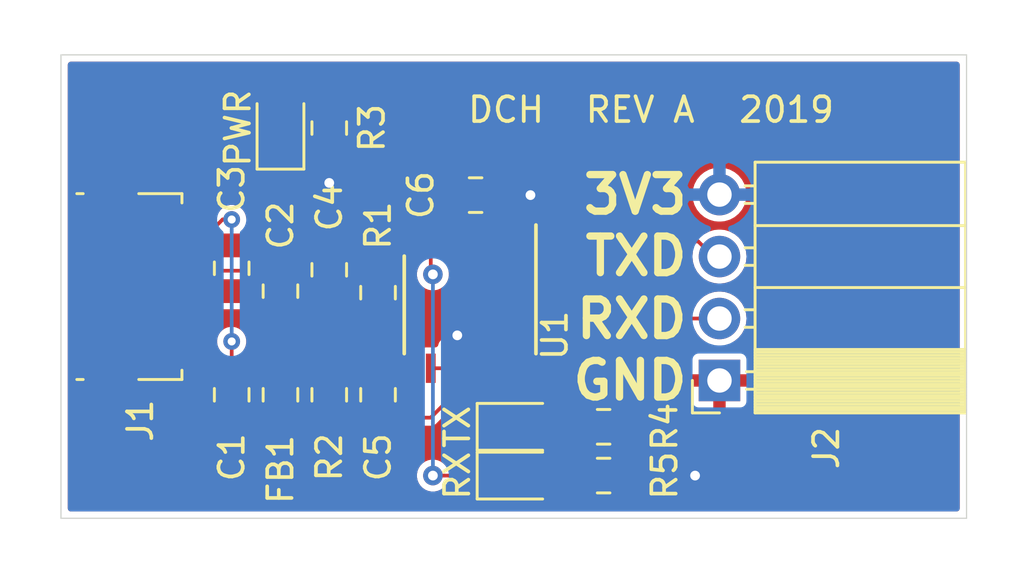
<source format=kicad_pcb>
(kicad_pcb (version 20171130) (host pcbnew "(5.1.4)-1")

  (general
    (thickness 1.6)
    (drawings 11)
    (tracks 70)
    (zones 0)
    (modules 18)
    (nets 17)
  )

  (page A4)
  (layers
    (0 F.Cu mixed)
    (31 B.Cu mixed)
    (32 B.Adhes user)
    (33 F.Adhes user)
    (34 B.Paste user)
    (35 F.Paste user)
    (36 B.SilkS user)
    (37 F.SilkS user)
    (38 B.Mask user)
    (39 F.Mask user)
    (40 Dwgs.User user)
    (41 Cmts.User user)
    (42 Eco1.User user)
    (43 Eco2.User user)
    (44 Edge.Cuts user)
    (45 Margin user)
    (46 B.CrtYd user)
    (47 F.CrtYd user)
    (48 B.Fab user)
    (49 F.Fab user hide)
  )

  (setup
    (last_trace_width 0.25)
    (user_trace_width 0.1524)
    (trace_clearance 0.2)
    (zone_clearance 0.254)
    (zone_45_only no)
    (trace_min 0.1524)
    (via_size 0.8)
    (via_drill 0.4)
    (via_min_size 0.6858)
    (via_min_drill 0.3302)
    (user_via 0.6858 0.3302)
    (uvia_size 0.3)
    (uvia_drill 0.1)
    (uvias_allowed no)
    (uvia_min_size 0)
    (uvia_min_drill 0)
    (edge_width 0.05)
    (segment_width 0.2)
    (pcb_text_width 0.3)
    (pcb_text_size 1.5 1.5)
    (mod_edge_width 0.12)
    (mod_text_size 1 1)
    (mod_text_width 0.15)
    (pad_size 1.524 1.524)
    (pad_drill 0.762)
    (pad_to_mask_clearance 0.051)
    (solder_mask_min_width 0.25)
    (aux_axis_origin 0 0)
    (visible_elements 7FFFFFFF)
    (pcbplotparams
      (layerselection 0x010fc_ffffffff)
      (usegerberextensions false)
      (usegerberattributes false)
      (usegerberadvancedattributes false)
      (creategerberjobfile false)
      (excludeedgelayer true)
      (linewidth 0.100000)
      (plotframeref false)
      (viasonmask false)
      (mode 1)
      (useauxorigin false)
      (hpglpennumber 1)
      (hpglpenspeed 20)
      (hpglpendiameter 15.000000)
      (psnegative false)
      (psa4output false)
      (plotreference true)
      (plotvalue true)
      (plotinvisibletext false)
      (padsonsilk false)
      (subtractmaskfromsilk false)
      (outputformat 1)
      (mirror false)
      (drillshape 0)
      (scaleselection 1)
      (outputdirectory "gerbers/"))
  )

  (net 0 "")
  (net 1 /D+)
  (net 2 /D-)
  (net 3 GND)
  (net 4 /VBUS)
  (net 5 +5V)
  (net 6 +3V3)
  (net 7 /TXLED)
  (net 8 /RXLED)
  (net 9 Earth)
  (net 10 "Net-(J2-Pad2)")
  (net 11 /USBD-)
  (net 12 /USBD+)
  (net 13 "Net-(J2-Pad3)")
  (net 14 "Net-(D1-Pad2)")
  (net 15 "Net-(D2-Pad2)")
  (net 16 "Net-(D3-Pad2)")

  (net_class Default "This is the default net class."
    (clearance 0.2)
    (trace_width 0.25)
    (via_dia 0.8)
    (via_drill 0.4)
    (uvia_dia 0.3)
    (uvia_drill 0.1)
    (add_net +3V3)
    (add_net +5V)
    (add_net /D+)
    (add_net /D-)
    (add_net /RXLED)
    (add_net /TXLED)
    (add_net /USBD+)
    (add_net /USBD-)
    (add_net /VBUS)
    (add_net Earth)
    (add_net GND)
    (add_net "Net-(D1-Pad2)")
    (add_net "Net-(D2-Pad2)")
    (add_net "Net-(D3-Pad2)")
    (add_net "Net-(J2-Pad2)")
    (add_net "Net-(J2-Pad3)")
  )

  (module Resistor_SMD:R_0805_2012Metric (layer F.Cu) (tedit 5B36C52B) (tstamp 5DCCF888)
    (at 165.75 80.5)
    (descr "Resistor SMD 0805 (2012 Metric), square (rectangular) end terminal, IPC_7351 nominal, (Body size source: https://docs.google.com/spreadsheets/d/1BsfQQcO9C6DZCsRaXUlFlo91Tg2WpOkGARC1WS5S8t0/edit?usp=sharing), generated with kicad-footprint-generator")
    (tags resistor)
    (path /5DCE342A)
    (attr smd)
    (fp_text reference R5 (at 2.5 0 90) (layer F.SilkS)
      (effects (font (size 1 1) (thickness 0.15)))
    )
    (fp_text value 1K (at 0 1.65) (layer F.Fab)
      (effects (font (size 1 1) (thickness 0.15)))
    )
    (fp_text user %R (at 0 0) (layer F.Fab)
      (effects (font (size 0.5 0.5) (thickness 0.08)))
    )
    (fp_line (start 1.68 0.95) (end -1.68 0.95) (layer F.CrtYd) (width 0.05))
    (fp_line (start 1.68 -0.95) (end 1.68 0.95) (layer F.CrtYd) (width 0.05))
    (fp_line (start -1.68 -0.95) (end 1.68 -0.95) (layer F.CrtYd) (width 0.05))
    (fp_line (start -1.68 0.95) (end -1.68 -0.95) (layer F.CrtYd) (width 0.05))
    (fp_line (start -0.258578 0.71) (end 0.258578 0.71) (layer F.SilkS) (width 0.12))
    (fp_line (start -0.258578 -0.71) (end 0.258578 -0.71) (layer F.SilkS) (width 0.12))
    (fp_line (start 1 0.6) (end -1 0.6) (layer F.Fab) (width 0.1))
    (fp_line (start 1 -0.6) (end 1 0.6) (layer F.Fab) (width 0.1))
    (fp_line (start -1 -0.6) (end 1 -0.6) (layer F.Fab) (width 0.1))
    (fp_line (start -1 0.6) (end -1 -0.6) (layer F.Fab) (width 0.1))
    (pad 2 smd roundrect (at 0.9375 0) (size 0.975 1.4) (layers F.Cu F.Paste F.Mask) (roundrect_rratio 0.25)
      (net 6 +3V3))
    (pad 1 smd roundrect (at -0.9375 0) (size 0.975 1.4) (layers F.Cu F.Paste F.Mask) (roundrect_rratio 0.25)
      (net 15 "Net-(D2-Pad2)"))
    (model ${KISYS3DMOD}/Resistor_SMD.3dshapes/R_0805_2012Metric.wrl
      (at (xyz 0 0 0))
      (scale (xyz 1 1 1))
      (rotate (xyz 0 0 0))
    )
  )

  (module Resistor_SMD:R_0805_2012Metric (layer F.Cu) (tedit 5B36C52B) (tstamp 5DCCF877)
    (at 165.75 78.5)
    (descr "Resistor SMD 0805 (2012 Metric), square (rectangular) end terminal, IPC_7351 nominal, (Body size source: https://docs.google.com/spreadsheets/d/1BsfQQcO9C6DZCsRaXUlFlo91Tg2WpOkGARC1WS5S8t0/edit?usp=sharing), generated with kicad-footprint-generator")
    (tags resistor)
    (path /5DCDED31)
    (attr smd)
    (fp_text reference R4 (at 2.5 0 90) (layer F.SilkS)
      (effects (font (size 1 1) (thickness 0.15)))
    )
    (fp_text value 1K (at 0 1.65) (layer F.Fab)
      (effects (font (size 1 1) (thickness 0.15)))
    )
    (fp_text user %R (at 0 0) (layer F.Fab)
      (effects (font (size 0.5 0.5) (thickness 0.08)))
    )
    (fp_line (start 1.68 0.95) (end -1.68 0.95) (layer F.CrtYd) (width 0.05))
    (fp_line (start 1.68 -0.95) (end 1.68 0.95) (layer F.CrtYd) (width 0.05))
    (fp_line (start -1.68 -0.95) (end 1.68 -0.95) (layer F.CrtYd) (width 0.05))
    (fp_line (start -1.68 0.95) (end -1.68 -0.95) (layer F.CrtYd) (width 0.05))
    (fp_line (start -0.258578 0.71) (end 0.258578 0.71) (layer F.SilkS) (width 0.12))
    (fp_line (start -0.258578 -0.71) (end 0.258578 -0.71) (layer F.SilkS) (width 0.12))
    (fp_line (start 1 0.6) (end -1 0.6) (layer F.Fab) (width 0.1))
    (fp_line (start 1 -0.6) (end 1 0.6) (layer F.Fab) (width 0.1))
    (fp_line (start -1 -0.6) (end 1 -0.6) (layer F.Fab) (width 0.1))
    (fp_line (start -1 0.6) (end -1 -0.6) (layer F.Fab) (width 0.1))
    (pad 2 smd roundrect (at 0.9375 0) (size 0.975 1.4) (layers F.Cu F.Paste F.Mask) (roundrect_rratio 0.25)
      (net 6 +3V3))
    (pad 1 smd roundrect (at -0.9375 0) (size 0.975 1.4) (layers F.Cu F.Paste F.Mask) (roundrect_rratio 0.25)
      (net 14 "Net-(D1-Pad2)"))
    (model ${KISYS3DMOD}/Resistor_SMD.3dshapes/R_0805_2012Metric.wrl
      (at (xyz 0 0 0))
      (scale (xyz 1 1 1))
      (rotate (xyz 0 0 0))
    )
  )

  (module Resistor_SMD:R_0805_2012Metric (layer F.Cu) (tedit 5B36C52B) (tstamp 5DCCF866)
    (at 154.5 66.25 90)
    (descr "Resistor SMD 0805 (2012 Metric), square (rectangular) end terminal, IPC_7351 nominal, (Body size source: https://docs.google.com/spreadsheets/d/1BsfQQcO9C6DZCsRaXUlFlo91Tg2WpOkGARC1WS5S8t0/edit?usp=sharing), generated with kicad-footprint-generator")
    (tags resistor)
    (path /5DCDA074)
    (attr smd)
    (fp_text reference R3 (at 0 1.75 90) (layer F.SilkS)
      (effects (font (size 1 1) (thickness 0.15)))
    )
    (fp_text value 1K (at 0 1.65 90) (layer F.Fab)
      (effects (font (size 1 1) (thickness 0.15)))
    )
    (fp_text user %R (at 0 0 90) (layer F.Fab)
      (effects (font (size 0.5 0.5) (thickness 0.08)))
    )
    (fp_line (start 1.68 0.95) (end -1.68 0.95) (layer F.CrtYd) (width 0.05))
    (fp_line (start 1.68 -0.95) (end 1.68 0.95) (layer F.CrtYd) (width 0.05))
    (fp_line (start -1.68 -0.95) (end 1.68 -0.95) (layer F.CrtYd) (width 0.05))
    (fp_line (start -1.68 0.95) (end -1.68 -0.95) (layer F.CrtYd) (width 0.05))
    (fp_line (start -0.258578 0.71) (end 0.258578 0.71) (layer F.SilkS) (width 0.12))
    (fp_line (start -0.258578 -0.71) (end 0.258578 -0.71) (layer F.SilkS) (width 0.12))
    (fp_line (start 1 0.6) (end -1 0.6) (layer F.Fab) (width 0.1))
    (fp_line (start 1 -0.6) (end 1 0.6) (layer F.Fab) (width 0.1))
    (fp_line (start -1 -0.6) (end 1 -0.6) (layer F.Fab) (width 0.1))
    (fp_line (start -1 0.6) (end -1 -0.6) (layer F.Fab) (width 0.1))
    (pad 2 smd roundrect (at 0.9375 0 90) (size 0.975 1.4) (layers F.Cu F.Paste F.Mask) (roundrect_rratio 0.25)
      (net 16 "Net-(D3-Pad2)"))
    (pad 1 smd roundrect (at -0.9375 0 90) (size 0.975 1.4) (layers F.Cu F.Paste F.Mask) (roundrect_rratio 0.25)
      (net 6 +3V3))
    (model ${KISYS3DMOD}/Resistor_SMD.3dshapes/R_0805_2012Metric.wrl
      (at (xyz 0 0 0))
      (scale (xyz 1 1 1))
      (rotate (xyz 0 0 0))
    )
  )

  (module LED_SMD:LED_0805_2012Metric (layer F.Cu) (tedit 5B36C52C) (tstamp 5DCCF158)
    (at 152.5 66.25 90)
    (descr "LED SMD 0805 (2012 Metric), square (rectangular) end terminal, IPC_7351 nominal, (Body size source: https://docs.google.com/spreadsheets/d/1BsfQQcO9C6DZCsRaXUlFlo91Tg2WpOkGARC1WS5S8t0/edit?usp=sharing), generated with kicad-footprint-generator")
    (tags diode)
    (path /5DCD382E)
    (attr smd)
    (fp_text reference PWR (at 0 -1.75 90) (layer F.SilkS)
      (effects (font (size 1 1) (thickness 0.15)))
    )
    (fp_text value LED (at 0 1.65 90) (layer F.Fab)
      (effects (font (size 1 1) (thickness 0.15)))
    )
    (fp_text user %R (at 0 0 90) (layer F.Fab)
      (effects (font (size 0.5 0.5) (thickness 0.08)))
    )
    (fp_line (start 1.68 0.95) (end -1.68 0.95) (layer F.CrtYd) (width 0.05))
    (fp_line (start 1.68 -0.95) (end 1.68 0.95) (layer F.CrtYd) (width 0.05))
    (fp_line (start -1.68 -0.95) (end 1.68 -0.95) (layer F.CrtYd) (width 0.05))
    (fp_line (start -1.68 0.95) (end -1.68 -0.95) (layer F.CrtYd) (width 0.05))
    (fp_line (start -1.685 0.96) (end 1 0.96) (layer F.SilkS) (width 0.12))
    (fp_line (start -1.685 -0.96) (end -1.685 0.96) (layer F.SilkS) (width 0.12))
    (fp_line (start 1 -0.96) (end -1.685 -0.96) (layer F.SilkS) (width 0.12))
    (fp_line (start 1 0.6) (end 1 -0.6) (layer F.Fab) (width 0.1))
    (fp_line (start -1 0.6) (end 1 0.6) (layer F.Fab) (width 0.1))
    (fp_line (start -1 -0.3) (end -1 0.6) (layer F.Fab) (width 0.1))
    (fp_line (start -0.7 -0.6) (end -1 -0.3) (layer F.Fab) (width 0.1))
    (fp_line (start 1 -0.6) (end -0.7 -0.6) (layer F.Fab) (width 0.1))
    (pad 2 smd roundrect (at 0.9375 0 90) (size 0.975 1.4) (layers F.Cu F.Paste F.Mask) (roundrect_rratio 0.25)
      (net 16 "Net-(D3-Pad2)"))
    (pad 1 smd roundrect (at -0.9375 0 90) (size 0.975 1.4) (layers F.Cu F.Paste F.Mask) (roundrect_rratio 0.25)
      (net 3 GND))
    (model ${KISYS3DMOD}/LED_SMD.3dshapes/LED_0805_2012Metric.wrl
      (at (xyz 0 0 0))
      (scale (xyz 1 1 1))
      (rotate (xyz 0 0 0))
    )
  )

  (module Connector_PinSocket_2.54mm:PinSocket_1x04_P2.54mm_Horizontal locked (layer F.Cu) (tedit 5A19A424) (tstamp 5DCD0E56)
    (at 170.5 76.6 180)
    (descr "Through hole angled socket strip, 1x04, 2.54mm pitch, 8.51mm socket length, single row (from Kicad 4.0.7), script generated")
    (tags "Through hole angled socket strip THT 1x04 2.54mm single row")
    (path /5DDD01F7)
    (fp_text reference J2 (at -4.38 -2.77 90) (layer F.SilkS)
      (effects (font (size 1 1) (thickness 0.15)))
    )
    (fp_text value UART (at -4.38 10.39) (layer F.Fab)
      (effects (font (size 1 1) (thickness 0.15)))
    )
    (fp_text user %R (at -5.775 3.81 90) (layer F.Fab)
      (effects (font (size 1 1) (thickness 0.15)))
    )
    (fp_line (start 1.75 9.45) (end 1.75 -1.75) (layer F.CrtYd) (width 0.05))
    (fp_line (start -10.55 9.45) (end 1.75 9.45) (layer F.CrtYd) (width 0.05))
    (fp_line (start -10.55 -1.75) (end -10.55 9.45) (layer F.CrtYd) (width 0.05))
    (fp_line (start 1.75 -1.75) (end -10.55 -1.75) (layer F.CrtYd) (width 0.05))
    (fp_line (start 0 -1.33) (end 1.11 -1.33) (layer F.SilkS) (width 0.12))
    (fp_line (start 1.11 -1.33) (end 1.11 0) (layer F.SilkS) (width 0.12))
    (fp_line (start -10.09 -1.33) (end -10.09 8.95) (layer F.SilkS) (width 0.12))
    (fp_line (start -10.09 8.95) (end -1.46 8.95) (layer F.SilkS) (width 0.12))
    (fp_line (start -1.46 -1.33) (end -1.46 8.95) (layer F.SilkS) (width 0.12))
    (fp_line (start -10.09 -1.33) (end -1.46 -1.33) (layer F.SilkS) (width 0.12))
    (fp_line (start -10.09 6.35) (end -1.46 6.35) (layer F.SilkS) (width 0.12))
    (fp_line (start -10.09 3.81) (end -1.46 3.81) (layer F.SilkS) (width 0.12))
    (fp_line (start -10.09 1.27) (end -1.46 1.27) (layer F.SilkS) (width 0.12))
    (fp_line (start -1.46 7.98) (end -1.05 7.98) (layer F.SilkS) (width 0.12))
    (fp_line (start -1.46 7.26) (end -1.05 7.26) (layer F.SilkS) (width 0.12))
    (fp_line (start -1.46 5.44) (end -1.05 5.44) (layer F.SilkS) (width 0.12))
    (fp_line (start -1.46 4.72) (end -1.05 4.72) (layer F.SilkS) (width 0.12))
    (fp_line (start -1.46 2.9) (end -1.05 2.9) (layer F.SilkS) (width 0.12))
    (fp_line (start -1.46 2.18) (end -1.05 2.18) (layer F.SilkS) (width 0.12))
    (fp_line (start -1.46 0.36) (end -1.11 0.36) (layer F.SilkS) (width 0.12))
    (fp_line (start -1.46 -0.36) (end -1.11 -0.36) (layer F.SilkS) (width 0.12))
    (fp_line (start -10.09 1.1519) (end -1.46 1.1519) (layer F.SilkS) (width 0.12))
    (fp_line (start -10.09 1.033805) (end -1.46 1.033805) (layer F.SilkS) (width 0.12))
    (fp_line (start -10.09 0.91571) (end -1.46 0.91571) (layer F.SilkS) (width 0.12))
    (fp_line (start -10.09 0.797615) (end -1.46 0.797615) (layer F.SilkS) (width 0.12))
    (fp_line (start -10.09 0.67952) (end -1.46 0.67952) (layer F.SilkS) (width 0.12))
    (fp_line (start -10.09 0.561425) (end -1.46 0.561425) (layer F.SilkS) (width 0.12))
    (fp_line (start -10.09 0.44333) (end -1.46 0.44333) (layer F.SilkS) (width 0.12))
    (fp_line (start -10.09 0.325235) (end -1.46 0.325235) (layer F.SilkS) (width 0.12))
    (fp_line (start -10.09 0.20714) (end -1.46 0.20714) (layer F.SilkS) (width 0.12))
    (fp_line (start -10.09 0.089045) (end -1.46 0.089045) (layer F.SilkS) (width 0.12))
    (fp_line (start -10.09 -0.02905) (end -1.46 -0.02905) (layer F.SilkS) (width 0.12))
    (fp_line (start -10.09 -0.147145) (end -1.46 -0.147145) (layer F.SilkS) (width 0.12))
    (fp_line (start -10.09 -0.26524) (end -1.46 -0.26524) (layer F.SilkS) (width 0.12))
    (fp_line (start -10.09 -0.383335) (end -1.46 -0.383335) (layer F.SilkS) (width 0.12))
    (fp_line (start -10.09 -0.50143) (end -1.46 -0.50143) (layer F.SilkS) (width 0.12))
    (fp_line (start -10.09 -0.619525) (end -1.46 -0.619525) (layer F.SilkS) (width 0.12))
    (fp_line (start -10.09 -0.73762) (end -1.46 -0.73762) (layer F.SilkS) (width 0.12))
    (fp_line (start -10.09 -0.855715) (end -1.46 -0.855715) (layer F.SilkS) (width 0.12))
    (fp_line (start -10.09 -0.97381) (end -1.46 -0.97381) (layer F.SilkS) (width 0.12))
    (fp_line (start -10.09 -1.091905) (end -1.46 -1.091905) (layer F.SilkS) (width 0.12))
    (fp_line (start -10.09 -1.21) (end -1.46 -1.21) (layer F.SilkS) (width 0.12))
    (fp_line (start 0 7.92) (end 0 7.32) (layer F.Fab) (width 0.1))
    (fp_line (start -1.52 7.92) (end 0 7.92) (layer F.Fab) (width 0.1))
    (fp_line (start 0 7.32) (end -1.52 7.32) (layer F.Fab) (width 0.1))
    (fp_line (start 0 5.38) (end 0 4.78) (layer F.Fab) (width 0.1))
    (fp_line (start -1.52 5.38) (end 0 5.38) (layer F.Fab) (width 0.1))
    (fp_line (start 0 4.78) (end -1.52 4.78) (layer F.Fab) (width 0.1))
    (fp_line (start 0 2.84) (end 0 2.24) (layer F.Fab) (width 0.1))
    (fp_line (start -1.52 2.84) (end 0 2.84) (layer F.Fab) (width 0.1))
    (fp_line (start 0 2.24) (end -1.52 2.24) (layer F.Fab) (width 0.1))
    (fp_line (start 0 0.3) (end 0 -0.3) (layer F.Fab) (width 0.1))
    (fp_line (start -1.52 0.3) (end 0 0.3) (layer F.Fab) (width 0.1))
    (fp_line (start 0 -0.3) (end -1.52 -0.3) (layer F.Fab) (width 0.1))
    (fp_line (start -10.03 8.89) (end -10.03 -1.27) (layer F.Fab) (width 0.1))
    (fp_line (start -1.52 8.89) (end -10.03 8.89) (layer F.Fab) (width 0.1))
    (fp_line (start -1.52 -0.3) (end -1.52 8.89) (layer F.Fab) (width 0.1))
    (fp_line (start -2.49 -1.27) (end -1.52 -0.3) (layer F.Fab) (width 0.1))
    (fp_line (start -10.03 -1.27) (end -2.49 -1.27) (layer F.Fab) (width 0.1))
    (pad 4 thru_hole oval (at 0 7.62 180) (size 1.7 1.7) (drill 1) (layers *.Cu *.Mask)
      (net 6 +3V3))
    (pad 3 thru_hole oval (at 0 5.08 180) (size 1.7 1.7) (drill 1) (layers *.Cu *.Mask)
      (net 13 "Net-(J2-Pad3)"))
    (pad 2 thru_hole oval (at 0 2.54 180) (size 1.7 1.7) (drill 1) (layers *.Cu *.Mask)
      (net 10 "Net-(J2-Pad2)"))
    (pad 1 thru_hole rect (at 0 0 180) (size 1.7 1.7) (drill 1) (layers *.Cu *.Mask)
      (net 3 GND))
    (model ${KISYS3DMOD}/Connector_PinSocket_2.54mm.3dshapes/PinSocket_1x04_P2.54mm_Horizontal.wrl
      (at (xyz 0 0 0))
      (scale (xyz 1 1 1))
      (rotate (xyz 0 0 0))
    )
  )

  (module Resistor_SMD:R_0805_2012Metric (layer F.Cu) (tedit 5B36C52B) (tstamp 5DCBC7C1)
    (at 154.5 72.0625 90)
    (descr "Resistor SMD 0805 (2012 Metric), square (rectangular) end terminal, IPC_7351 nominal, (Body size source: https://docs.google.com/spreadsheets/d/1BsfQQcO9C6DZCsRaXUlFlo91Tg2WpOkGARC1WS5S8t0/edit?usp=sharing), generated with kicad-footprint-generator")
    (tags resistor)
    (path /5DCFCB63)
    (attr smd)
    (fp_text reference R2 (at -7.6875 0 270) (layer F.SilkS)
      (effects (font (size 1 1) (thickness 0.15)))
    )
    (fp_text value 27R (at 0 1.65 90) (layer F.Fab)
      (effects (font (size 1 1) (thickness 0.15)))
    )
    (fp_text user %R (at 0 0 90) (layer F.Fab)
      (effects (font (size 0.5 0.5) (thickness 0.08)))
    )
    (fp_line (start 1.68 0.95) (end -1.68 0.95) (layer F.CrtYd) (width 0.05))
    (fp_line (start 1.68 -0.95) (end 1.68 0.95) (layer F.CrtYd) (width 0.05))
    (fp_line (start -1.68 -0.95) (end 1.68 -0.95) (layer F.CrtYd) (width 0.05))
    (fp_line (start -1.68 0.95) (end -1.68 -0.95) (layer F.CrtYd) (width 0.05))
    (fp_line (start -0.258578 0.71) (end 0.258578 0.71) (layer F.SilkS) (width 0.12))
    (fp_line (start -0.258578 -0.71) (end 0.258578 -0.71) (layer F.SilkS) (width 0.12))
    (fp_line (start 1 0.6) (end -1 0.6) (layer F.Fab) (width 0.1))
    (fp_line (start 1 -0.6) (end 1 0.6) (layer F.Fab) (width 0.1))
    (fp_line (start -1 -0.6) (end 1 -0.6) (layer F.Fab) (width 0.1))
    (fp_line (start -1 0.6) (end -1 -0.6) (layer F.Fab) (width 0.1))
    (pad 2 smd roundrect (at 0.9375 0 90) (size 0.975 1.4) (layers F.Cu F.Paste F.Mask) (roundrect_rratio 0.25)
      (net 12 /USBD+))
    (pad 1 smd roundrect (at -0.9375 0 90) (size 0.975 1.4) (layers F.Cu F.Paste F.Mask) (roundrect_rratio 0.25)
      (net 1 /D+))
    (model ${KISYS3DMOD}/Resistor_SMD.3dshapes/R_0805_2012Metric.wrl
      (at (xyz 0 0 0))
      (scale (xyz 1 1 1))
      (rotate (xyz 0 0 0))
    )
  )

  (module Resistor_SMD:R_0805_2012Metric (layer F.Cu) (tedit 5B36C52B) (tstamp 5DCBC854)
    (at 156.5 73 270)
    (descr "Resistor SMD 0805 (2012 Metric), square (rectangular) end terminal, IPC_7351 nominal, (Body size source: https://docs.google.com/spreadsheets/d/1BsfQQcO9C6DZCsRaXUlFlo91Tg2WpOkGARC1WS5S8t0/edit?usp=sharing), generated with kicad-footprint-generator")
    (tags resistor)
    (path /5DCF8929)
    (attr smd)
    (fp_text reference R1 (at -2.75 0 270) (layer F.SilkS)
      (effects (font (size 1 1) (thickness 0.15)))
    )
    (fp_text value 27R (at 0 1.65 90) (layer F.Fab)
      (effects (font (size 1 1) (thickness 0.15)))
    )
    (fp_text user %R (at 0 0 90) (layer F.Fab)
      (effects (font (size 0.5 0.5) (thickness 0.08)))
    )
    (fp_line (start 1.68 0.95) (end -1.68 0.95) (layer F.CrtYd) (width 0.05))
    (fp_line (start 1.68 -0.95) (end 1.68 0.95) (layer F.CrtYd) (width 0.05))
    (fp_line (start -1.68 -0.95) (end 1.68 -0.95) (layer F.CrtYd) (width 0.05))
    (fp_line (start -1.68 0.95) (end -1.68 -0.95) (layer F.CrtYd) (width 0.05))
    (fp_line (start -0.258578 0.71) (end 0.258578 0.71) (layer F.SilkS) (width 0.12))
    (fp_line (start -0.258578 -0.71) (end 0.258578 -0.71) (layer F.SilkS) (width 0.12))
    (fp_line (start 1 0.6) (end -1 0.6) (layer F.Fab) (width 0.1))
    (fp_line (start 1 -0.6) (end 1 0.6) (layer F.Fab) (width 0.1))
    (fp_line (start -1 -0.6) (end 1 -0.6) (layer F.Fab) (width 0.1))
    (fp_line (start -1 0.6) (end -1 -0.6) (layer F.Fab) (width 0.1))
    (pad 2 smd roundrect (at 0.9375 0 270) (size 0.975 1.4) (layers F.Cu F.Paste F.Mask) (roundrect_rratio 0.25)
      (net 11 /USBD-))
    (pad 1 smd roundrect (at -0.9375 0 270) (size 0.975 1.4) (layers F.Cu F.Paste F.Mask) (roundrect_rratio 0.25)
      (net 2 /D-))
    (model ${KISYS3DMOD}/Resistor_SMD.3dshapes/R_0805_2012Metric.wrl
      (at (xyz 0 0 0))
      (scale (xyz 1 1 1))
      (rotate (xyz 0 0 0))
    )
  )

  (module Capacitor_SMD:C_0805_2012Metric (layer F.Cu) (tedit 5B36C52B) (tstamp 5DCBD8CE)
    (at 150.5 72 270)
    (descr "Capacitor SMD 0805 (2012 Metric), square (rectangular) end terminal, IPC_7351 nominal, (Body size source: https://docs.google.com/spreadsheets/d/1BsfQQcO9C6DZCsRaXUlFlo91Tg2WpOkGARC1WS5S8t0/edit?usp=sharing), generated with kicad-footprint-generator")
    (tags capacitor)
    (path /5DCD7386)
    (attr smd)
    (fp_text reference C3 (at -3.25 0 270) (layer F.SilkS)
      (effects (font (size 1 1) (thickness 0.15)))
    )
    (fp_text value 47pF (at 0 1.65 90) (layer F.Fab)
      (effects (font (size 1 1) (thickness 0.15)))
    )
    (fp_text user %R (at 0 0 90) (layer F.Fab)
      (effects (font (size 0.5 0.5) (thickness 0.08)))
    )
    (fp_line (start 1.68 0.95) (end -1.68 0.95) (layer F.CrtYd) (width 0.05))
    (fp_line (start 1.68 -0.95) (end 1.68 0.95) (layer F.CrtYd) (width 0.05))
    (fp_line (start -1.68 -0.95) (end 1.68 -0.95) (layer F.CrtYd) (width 0.05))
    (fp_line (start -1.68 0.95) (end -1.68 -0.95) (layer F.CrtYd) (width 0.05))
    (fp_line (start -0.258578 0.71) (end 0.258578 0.71) (layer F.SilkS) (width 0.12))
    (fp_line (start -0.258578 -0.71) (end 0.258578 -0.71) (layer F.SilkS) (width 0.12))
    (fp_line (start 1 0.6) (end -1 0.6) (layer F.Fab) (width 0.1))
    (fp_line (start 1 -0.6) (end 1 0.6) (layer F.Fab) (width 0.1))
    (fp_line (start -1 -0.6) (end 1 -0.6) (layer F.Fab) (width 0.1))
    (fp_line (start -1 0.6) (end -1 -0.6) (layer F.Fab) (width 0.1))
    (pad 2 smd roundrect (at 0.9375 0 270) (size 0.975 1.4) (layers F.Cu F.Paste F.Mask) (roundrect_rratio 0.25)
      (net 1 /D+))
    (pad 1 smd roundrect (at -0.9375 0 270) (size 0.975 1.4) (layers F.Cu F.Paste F.Mask) (roundrect_rratio 0.25)
      (net 3 GND))
    (model ${KISYS3DMOD}/Capacitor_SMD.3dshapes/C_0805_2012Metric.wrl
      (at (xyz 0 0 0))
      (scale (xyz 1 1 1))
      (rotate (xyz 0 0 0))
    )
  )

  (module Capacitor_SMD:C_0805_2012Metric (layer F.Cu) (tedit 5B36C52B) (tstamp 5DCBD4A9)
    (at 152.5 72.9375 90)
    (descr "Capacitor SMD 0805 (2012 Metric), square (rectangular) end terminal, IPC_7351 nominal, (Body size source: https://docs.google.com/spreadsheets/d/1BsfQQcO9C6DZCsRaXUlFlo91Tg2WpOkGARC1WS5S8t0/edit?usp=sharing), generated with kicad-footprint-generator")
    (tags capacitor)
    (path /5DCD5CE6)
    (attr smd)
    (fp_text reference C2 (at 2.6875 0 270) (layer F.SilkS)
      (effects (font (size 1 1) (thickness 0.15)))
    )
    (fp_text value 47pF (at 0 1.65 90) (layer F.Fab)
      (effects (font (size 1 1) (thickness 0.15)))
    )
    (fp_text user %R (at 0 0 90) (layer F.Fab)
      (effects (font (size 0.5 0.5) (thickness 0.08)))
    )
    (fp_line (start 1.68 0.95) (end -1.68 0.95) (layer F.CrtYd) (width 0.05))
    (fp_line (start 1.68 -0.95) (end 1.68 0.95) (layer F.CrtYd) (width 0.05))
    (fp_line (start -1.68 -0.95) (end 1.68 -0.95) (layer F.CrtYd) (width 0.05))
    (fp_line (start -1.68 0.95) (end -1.68 -0.95) (layer F.CrtYd) (width 0.05))
    (fp_line (start -0.258578 0.71) (end 0.258578 0.71) (layer F.SilkS) (width 0.12))
    (fp_line (start -0.258578 -0.71) (end 0.258578 -0.71) (layer F.SilkS) (width 0.12))
    (fp_line (start 1 0.6) (end -1 0.6) (layer F.Fab) (width 0.1))
    (fp_line (start 1 -0.6) (end 1 0.6) (layer F.Fab) (width 0.1))
    (fp_line (start -1 -0.6) (end 1 -0.6) (layer F.Fab) (width 0.1))
    (fp_line (start -1 0.6) (end -1 -0.6) (layer F.Fab) (width 0.1))
    (pad 2 smd roundrect (at 0.9375 0 90) (size 0.975 1.4) (layers F.Cu F.Paste F.Mask) (roundrect_rratio 0.25)
      (net 2 /D-))
    (pad 1 smd roundrect (at -0.9375 0 90) (size 0.975 1.4) (layers F.Cu F.Paste F.Mask) (roundrect_rratio 0.25)
      (net 3 GND))
    (model ${KISYS3DMOD}/Capacitor_SMD.3dshapes/C_0805_2012Metric.wrl
      (at (xyz 0 0 0))
      (scale (xyz 1 1 1))
      (rotate (xyz 0 0 0))
    )
  )

  (module Capacitor_SMD:C_0805_2012Metric (layer F.Cu) (tedit 5B36C52B) (tstamp 5DCBB30C)
    (at 150.5 77.1875 90)
    (descr "Capacitor SMD 0805 (2012 Metric), square (rectangular) end terminal, IPC_7351 nominal, (Body size source: https://docs.google.com/spreadsheets/d/1BsfQQcO9C6DZCsRaXUlFlo91Tg2WpOkGARC1WS5S8t0/edit?usp=sharing), generated with kicad-footprint-generator")
    (tags capacitor)
    (path /5DCC0A47)
    (attr smd)
    (fp_text reference C1 (at -2.5625 0 270) (layer F.SilkS)
      (effects (font (size 1 1) (thickness 0.15)))
    )
    (fp_text value 10nF (at 0 1.65 90) (layer F.Fab)
      (effects (font (size 1 1) (thickness 0.15)))
    )
    (fp_text user %R (at 0 0 90) (layer F.Fab)
      (effects (font (size 0.5 0.5) (thickness 0.08)))
    )
    (fp_line (start 1.68 0.95) (end -1.68 0.95) (layer F.CrtYd) (width 0.05))
    (fp_line (start 1.68 -0.95) (end 1.68 0.95) (layer F.CrtYd) (width 0.05))
    (fp_line (start -1.68 -0.95) (end 1.68 -0.95) (layer F.CrtYd) (width 0.05))
    (fp_line (start -1.68 0.95) (end -1.68 -0.95) (layer F.CrtYd) (width 0.05))
    (fp_line (start -0.258578 0.71) (end 0.258578 0.71) (layer F.SilkS) (width 0.12))
    (fp_line (start -0.258578 -0.71) (end 0.258578 -0.71) (layer F.SilkS) (width 0.12))
    (fp_line (start 1 0.6) (end -1 0.6) (layer F.Fab) (width 0.1))
    (fp_line (start 1 -0.6) (end 1 0.6) (layer F.Fab) (width 0.1))
    (fp_line (start -1 -0.6) (end 1 -0.6) (layer F.Fab) (width 0.1))
    (fp_line (start -1 0.6) (end -1 -0.6) (layer F.Fab) (width 0.1))
    (pad 2 smd roundrect (at 0.9375 0 90) (size 0.975 1.4) (layers F.Cu F.Paste F.Mask) (roundrect_rratio 0.25)
      (net 4 /VBUS))
    (pad 1 smd roundrect (at -0.9375 0 90) (size 0.975 1.4) (layers F.Cu F.Paste F.Mask) (roundrect_rratio 0.25)
      (net 3 GND))
    (model ${KISYS3DMOD}/Capacitor_SMD.3dshapes/C_0805_2012Metric.wrl
      (at (xyz 0 0 0))
      (scale (xyz 1 1 1))
      (rotate (xyz 0 0 0))
    )
  )

  (module Inductor_SMD:L_0805_2012Metric (layer F.Cu) (tedit 5B36C52B) (tstamp 5DCB9EC9)
    (at 152.5 77.1875 270)
    (descr "Inductor SMD 0805 (2012 Metric), square (rectangular) end terminal, IPC_7351 nominal, (Body size source: https://docs.google.com/spreadsheets/d/1BsfQQcO9C6DZCsRaXUlFlo91Tg2WpOkGARC1WS5S8t0/edit?usp=sharing), generated with kicad-footprint-generator")
    (tags inductor)
    (path /5DCCA80B)
    (attr smd)
    (fp_text reference FB1 (at 3.0625 0 270) (layer F.SilkS)
      (effects (font (size 1 1) (thickness 0.15)))
    )
    (fp_text value FB (at 0 1.65 90) (layer F.Fab)
      (effects (font (size 1 1) (thickness 0.15)))
    )
    (fp_text user %R (at 0 0 90) (layer F.Fab)
      (effects (font (size 0.5 0.5) (thickness 0.08)))
    )
    (fp_line (start 1.68 0.95) (end -1.68 0.95) (layer F.CrtYd) (width 0.05))
    (fp_line (start 1.68 -0.95) (end 1.68 0.95) (layer F.CrtYd) (width 0.05))
    (fp_line (start -1.68 -0.95) (end 1.68 -0.95) (layer F.CrtYd) (width 0.05))
    (fp_line (start -1.68 0.95) (end -1.68 -0.95) (layer F.CrtYd) (width 0.05))
    (fp_line (start -0.258578 0.71) (end 0.258578 0.71) (layer F.SilkS) (width 0.12))
    (fp_line (start -0.258578 -0.71) (end 0.258578 -0.71) (layer F.SilkS) (width 0.12))
    (fp_line (start 1 0.6) (end -1 0.6) (layer F.Fab) (width 0.1))
    (fp_line (start 1 -0.6) (end 1 0.6) (layer F.Fab) (width 0.1))
    (fp_line (start -1 -0.6) (end 1 -0.6) (layer F.Fab) (width 0.1))
    (fp_line (start -1 0.6) (end -1 -0.6) (layer F.Fab) (width 0.1))
    (pad 2 smd roundrect (at 0.9375 0 270) (size 0.975 1.4) (layers F.Cu F.Paste F.Mask) (roundrect_rratio 0.25)
      (net 5 +5V))
    (pad 1 smd roundrect (at -0.9375 0 270) (size 0.975 1.4) (layers F.Cu F.Paste F.Mask) (roundrect_rratio 0.25)
      (net 4 /VBUS))
    (model ${KISYS3DMOD}/Inductor_SMD.3dshapes/L_0805_2012Metric.wrl
      (at (xyz 0 0 0))
      (scale (xyz 1 1 1))
      (rotate (xyz 0 0 0))
    )
  )

  (module LED_SMD:LED_0805_2012Metric (layer F.Cu) (tedit 5B36C52C) (tstamp 5DCC1013)
    (at 162.25 80.5)
    (descr "LED SMD 0805 (2012 Metric), square (rectangular) end terminal, IPC_7351 nominal, (Body size source: https://docs.google.com/spreadsheets/d/1BsfQQcO9C6DZCsRaXUlFlo91Tg2WpOkGARC1WS5S8t0/edit?usp=sharing), generated with kicad-footprint-generator")
    (tags diode)
    (path /5DD5F7DC)
    (attr smd)
    (fp_text reference RX (at -2.5 0 90) (layer F.SilkS)
      (effects (font (size 1 1) (thickness 0.15)))
    )
    (fp_text value LED (at 0 1.65) (layer F.Fab)
      (effects (font (size 1 1) (thickness 0.15)))
    )
    (fp_text user %R (at 0 0) (layer F.Fab)
      (effects (font (size 0.5 0.5) (thickness 0.08)))
    )
    (fp_line (start 1.68 0.95) (end -1.68 0.95) (layer F.CrtYd) (width 0.05))
    (fp_line (start 1.68 -0.95) (end 1.68 0.95) (layer F.CrtYd) (width 0.05))
    (fp_line (start -1.68 -0.95) (end 1.68 -0.95) (layer F.CrtYd) (width 0.05))
    (fp_line (start -1.68 0.95) (end -1.68 -0.95) (layer F.CrtYd) (width 0.05))
    (fp_line (start -1.685 0.96) (end 1 0.96) (layer F.SilkS) (width 0.12))
    (fp_line (start -1.685 -0.96) (end -1.685 0.96) (layer F.SilkS) (width 0.12))
    (fp_line (start 1 -0.96) (end -1.685 -0.96) (layer F.SilkS) (width 0.12))
    (fp_line (start 1 0.6) (end 1 -0.6) (layer F.Fab) (width 0.1))
    (fp_line (start -1 0.6) (end 1 0.6) (layer F.Fab) (width 0.1))
    (fp_line (start -1 -0.3) (end -1 0.6) (layer F.Fab) (width 0.1))
    (fp_line (start -0.7 -0.6) (end -1 -0.3) (layer F.Fab) (width 0.1))
    (fp_line (start 1 -0.6) (end -0.7 -0.6) (layer F.Fab) (width 0.1))
    (pad 2 smd roundrect (at 0.9375 0) (size 0.975 1.4) (layers F.Cu F.Paste F.Mask) (roundrect_rratio 0.25)
      (net 15 "Net-(D2-Pad2)"))
    (pad 1 smd roundrect (at -0.9375 0) (size 0.975 1.4) (layers F.Cu F.Paste F.Mask) (roundrect_rratio 0.25)
      (net 8 /RXLED))
    (model ${KISYS3DMOD}/LED_SMD.3dshapes/LED_0805_2012Metric.wrl
      (at (xyz 0 0 0))
      (scale (xyz 1 1 1))
      (rotate (xyz 0 0 0))
    )
  )

  (module LED_SMD:LED_0805_2012Metric (layer F.Cu) (tedit 5B36C52C) (tstamp 5DCB9EA5)
    (at 162.25 78.5)
    (descr "LED SMD 0805 (2012 Metric), square (rectangular) end terminal, IPC_7351 nominal, (Body size source: https://docs.google.com/spreadsheets/d/1BsfQQcO9C6DZCsRaXUlFlo91Tg2WpOkGARC1WS5S8t0/edit?usp=sharing), generated with kicad-footprint-generator")
    (tags diode)
    (path /5DD592FA)
    (attr smd)
    (fp_text reference TX (at -2.5 0 90) (layer F.SilkS)
      (effects (font (size 1 1) (thickness 0.15)))
    )
    (fp_text value LED (at 0 1.65) (layer F.Fab)
      (effects (font (size 1 1) (thickness 0.15)))
    )
    (fp_text user %R (at 0 0) (layer F.Fab)
      (effects (font (size 0.5 0.5) (thickness 0.08)))
    )
    (fp_line (start 1.68 0.95) (end -1.68 0.95) (layer F.CrtYd) (width 0.05))
    (fp_line (start 1.68 -0.95) (end 1.68 0.95) (layer F.CrtYd) (width 0.05))
    (fp_line (start -1.68 -0.95) (end 1.68 -0.95) (layer F.CrtYd) (width 0.05))
    (fp_line (start -1.68 0.95) (end -1.68 -0.95) (layer F.CrtYd) (width 0.05))
    (fp_line (start -1.685 0.96) (end 1 0.96) (layer F.SilkS) (width 0.12))
    (fp_line (start -1.685 -0.96) (end -1.685 0.96) (layer F.SilkS) (width 0.12))
    (fp_line (start 1 -0.96) (end -1.685 -0.96) (layer F.SilkS) (width 0.12))
    (fp_line (start 1 0.6) (end 1 -0.6) (layer F.Fab) (width 0.1))
    (fp_line (start -1 0.6) (end 1 0.6) (layer F.Fab) (width 0.1))
    (fp_line (start -1 -0.3) (end -1 0.6) (layer F.Fab) (width 0.1))
    (fp_line (start -0.7 -0.6) (end -1 -0.3) (layer F.Fab) (width 0.1))
    (fp_line (start 1 -0.6) (end -0.7 -0.6) (layer F.Fab) (width 0.1))
    (pad 2 smd roundrect (at 0.9375 0) (size 0.975 1.4) (layers F.Cu F.Paste F.Mask) (roundrect_rratio 0.25)
      (net 14 "Net-(D1-Pad2)"))
    (pad 1 smd roundrect (at -0.9375 0) (size 0.975 1.4) (layers F.Cu F.Paste F.Mask) (roundrect_rratio 0.25)
      (net 7 /TXLED))
    (model ${KISYS3DMOD}/LED_SMD.3dshapes/LED_0805_2012Metric.wrl
      (at (xyz 0 0 0))
      (scale (xyz 1 1 1))
      (rotate (xyz 0 0 0))
    )
  )

  (module Capacitor_SMD:C_0805_2012Metric (layer F.Cu) (tedit 5B36C52B) (tstamp 5DCB9E92)
    (at 160.5 69)
    (descr "Capacitor SMD 0805 (2012 Metric), square (rectangular) end terminal, IPC_7351 nominal, (Body size source: https://docs.google.com/spreadsheets/d/1BsfQQcO9C6DZCsRaXUlFlo91Tg2WpOkGARC1WS5S8t0/edit?usp=sharing), generated with kicad-footprint-generator")
    (tags capacitor)
    (path /5DD0C7D6)
    (attr smd)
    (fp_text reference C6 (at -2.25 0 90) (layer F.SilkS)
      (effects (font (size 1 1) (thickness 0.15)))
    )
    (fp_text value 100nF (at 0 1.65) (layer F.Fab)
      (effects (font (size 1 1) (thickness 0.15)))
    )
    (fp_text user %R (at 0 0) (layer F.Fab)
      (effects (font (size 0.5 0.5) (thickness 0.08)))
    )
    (fp_line (start 1.68 0.95) (end -1.68 0.95) (layer F.CrtYd) (width 0.05))
    (fp_line (start 1.68 -0.95) (end 1.68 0.95) (layer F.CrtYd) (width 0.05))
    (fp_line (start -1.68 -0.95) (end 1.68 -0.95) (layer F.CrtYd) (width 0.05))
    (fp_line (start -1.68 0.95) (end -1.68 -0.95) (layer F.CrtYd) (width 0.05))
    (fp_line (start -0.258578 0.71) (end 0.258578 0.71) (layer F.SilkS) (width 0.12))
    (fp_line (start -0.258578 -0.71) (end 0.258578 -0.71) (layer F.SilkS) (width 0.12))
    (fp_line (start 1 0.6) (end -1 0.6) (layer F.Fab) (width 0.1))
    (fp_line (start 1 -0.6) (end 1 0.6) (layer F.Fab) (width 0.1))
    (fp_line (start -1 -0.6) (end 1 -0.6) (layer F.Fab) (width 0.1))
    (fp_line (start -1 0.6) (end -1 -0.6) (layer F.Fab) (width 0.1))
    (pad 2 smd roundrect (at 0.9375 0) (size 0.975 1.4) (layers F.Cu F.Paste F.Mask) (roundrect_rratio 0.25)
      (net 6 +3V3))
    (pad 1 smd roundrect (at -0.9375 0) (size 0.975 1.4) (layers F.Cu F.Paste F.Mask) (roundrect_rratio 0.25)
      (net 3 GND))
    (model ${KISYS3DMOD}/Capacitor_SMD.3dshapes/C_0805_2012Metric.wrl
      (at (xyz 0 0 0))
      (scale (xyz 1 1 1))
      (rotate (xyz 0 0 0))
    )
  )

  (module Capacitor_SMD:C_0805_2012Metric (layer F.Cu) (tedit 5B36C52B) (tstamp 5DCC025D)
    (at 156.5 77.1875 270)
    (descr "Capacitor SMD 0805 (2012 Metric), square (rectangular) end terminal, IPC_7351 nominal, (Body size source: https://docs.google.com/spreadsheets/d/1BsfQQcO9C6DZCsRaXUlFlo91Tg2WpOkGARC1WS5S8t0/edit?usp=sharing), generated with kicad-footprint-generator")
    (tags capacitor)
    (path /5DD002E7)
    (attr smd)
    (fp_text reference C5 (at 2.5625 0 270) (layer F.SilkS)
      (effects (font (size 1 1) (thickness 0.15)))
    )
    (fp_text value 4.7uF (at 0 1.65 90) (layer F.Fab)
      (effects (font (size 1 1) (thickness 0.15)))
    )
    (fp_text user %R (at 0 0 90) (layer F.Fab)
      (effects (font (size 0.5 0.5) (thickness 0.08)))
    )
    (fp_line (start 1.68 0.95) (end -1.68 0.95) (layer F.CrtYd) (width 0.05))
    (fp_line (start 1.68 -0.95) (end 1.68 0.95) (layer F.CrtYd) (width 0.05))
    (fp_line (start -1.68 -0.95) (end 1.68 -0.95) (layer F.CrtYd) (width 0.05))
    (fp_line (start -1.68 0.95) (end -1.68 -0.95) (layer F.CrtYd) (width 0.05))
    (fp_line (start -0.258578 0.71) (end 0.258578 0.71) (layer F.SilkS) (width 0.12))
    (fp_line (start -0.258578 -0.71) (end 0.258578 -0.71) (layer F.SilkS) (width 0.12))
    (fp_line (start 1 0.6) (end -1 0.6) (layer F.Fab) (width 0.1))
    (fp_line (start 1 -0.6) (end 1 0.6) (layer F.Fab) (width 0.1))
    (fp_line (start -1 -0.6) (end 1 -0.6) (layer F.Fab) (width 0.1))
    (fp_line (start -1 0.6) (end -1 -0.6) (layer F.Fab) (width 0.1))
    (pad 2 smd roundrect (at 0.9375 0 270) (size 0.975 1.4) (layers F.Cu F.Paste F.Mask) (roundrect_rratio 0.25)
      (net 5 +5V))
    (pad 1 smd roundrect (at -0.9375 0 270) (size 0.975 1.4) (layers F.Cu F.Paste F.Mask) (roundrect_rratio 0.25)
      (net 3 GND))
    (model ${KISYS3DMOD}/Capacitor_SMD.3dshapes/C_0805_2012Metric.wrl
      (at (xyz 0 0 0))
      (scale (xyz 1 1 1))
      (rotate (xyz 0 0 0))
    )
  )

  (module Capacitor_SMD:C_0805_2012Metric (layer F.Cu) (tedit 5B36C52B) (tstamp 5DCC028D)
    (at 154.5 77.1875 270)
    (descr "Capacitor SMD 0805 (2012 Metric), square (rectangular) end terminal, IPC_7351 nominal, (Body size source: https://docs.google.com/spreadsheets/d/1BsfQQcO9C6DZCsRaXUlFlo91Tg2WpOkGARC1WS5S8t0/edit?usp=sharing), generated with kicad-footprint-generator")
    (tags capacitor)
    (path /5DCE4744)
    (attr smd)
    (fp_text reference C4 (at -7.6875 0 270) (layer F.SilkS)
      (effects (font (size 1 1) (thickness 0.15)))
    )
    (fp_text value 100nF (at 0 1.65 90) (layer F.Fab)
      (effects (font (size 1 1) (thickness 0.15)))
    )
    (fp_text user %R (at 0 0 90) (layer F.Fab)
      (effects (font (size 0.5 0.5) (thickness 0.08)))
    )
    (fp_line (start 1.68 0.95) (end -1.68 0.95) (layer F.CrtYd) (width 0.05))
    (fp_line (start 1.68 -0.95) (end 1.68 0.95) (layer F.CrtYd) (width 0.05))
    (fp_line (start -1.68 -0.95) (end 1.68 -0.95) (layer F.CrtYd) (width 0.05))
    (fp_line (start -1.68 0.95) (end -1.68 -0.95) (layer F.CrtYd) (width 0.05))
    (fp_line (start -0.258578 0.71) (end 0.258578 0.71) (layer F.SilkS) (width 0.12))
    (fp_line (start -0.258578 -0.71) (end 0.258578 -0.71) (layer F.SilkS) (width 0.12))
    (fp_line (start 1 0.6) (end -1 0.6) (layer F.Fab) (width 0.1))
    (fp_line (start 1 -0.6) (end 1 0.6) (layer F.Fab) (width 0.1))
    (fp_line (start -1 -0.6) (end 1 -0.6) (layer F.Fab) (width 0.1))
    (fp_line (start -1 0.6) (end -1 -0.6) (layer F.Fab) (width 0.1))
    (pad 2 smd roundrect (at 0.9375 0 270) (size 0.975 1.4) (layers F.Cu F.Paste F.Mask) (roundrect_rratio 0.25)
      (net 5 +5V))
    (pad 1 smd roundrect (at -0.9375 0 270) (size 0.975 1.4) (layers F.Cu F.Paste F.Mask) (roundrect_rratio 0.25)
      (net 3 GND))
    (model ${KISYS3DMOD}/Capacitor_SMD.3dshapes/C_0805_2012Metric.wrl
      (at (xyz 0 0 0))
      (scale (xyz 1 1 1))
      (rotate (xyz 0 0 0))
    )
  )

  (module Package_SO:SSOP-16_3.9x4.9mm_P0.635mm (layer F.Cu) (tedit 5A02F25C) (tstamp 5DCACCD4)
    (at 160.25 73.5 270)
    (descr "SSOP16: plastic shrink small outline package; 16 leads; body width 3.9 mm; lead pitch 0.635; (see NXP SSOP-TSSOP-VSO-REFLOW.pdf and sot519-1_po.pdf)")
    (tags "SSOP 0.635")
    (path /5DCA73AF)
    (attr smd)
    (fp_text reference U1 (at 1.25 -3.5 90) (layer F.SilkS)
      (effects (font (size 1 1) (thickness 0.15)))
    )
    (fp_text value FT230XS (at 0 3.5 90) (layer F.Fab)
      (effects (font (size 1 1) (thickness 0.15)))
    )
    (fp_text user %R (at 0 0 90) (layer F.Fab)
      (effects (font (size 0.8 0.8) (thickness 0.15)))
    )
    (fp_line (start -3.275 -2.725) (end 2 -2.725) (layer F.SilkS) (width 0.15))
    (fp_line (start -2 2.675) (end 2 2.675) (layer F.SilkS) (width 0.15))
    (fp_line (start -3.45 2.8) (end 3.45 2.8) (layer F.CrtYd) (width 0.05))
    (fp_line (start -3.45 -2.85) (end 3.45 -2.85) (layer F.CrtYd) (width 0.05))
    (fp_line (start 3.45 -2.85) (end 3.45 2.8) (layer F.CrtYd) (width 0.05))
    (fp_line (start -3.45 -2.85) (end -3.45 2.8) (layer F.CrtYd) (width 0.05))
    (fp_line (start -1.95 -1.45) (end -0.95 -2.45) (layer F.Fab) (width 0.15))
    (fp_line (start -1.95 2.45) (end -1.95 -1.45) (layer F.Fab) (width 0.15))
    (fp_line (start 1.95 2.45) (end -1.95 2.45) (layer F.Fab) (width 0.15))
    (fp_line (start 1.95 -2.45) (end 1.95 2.45) (layer F.Fab) (width 0.15))
    (fp_line (start -0.95 -2.45) (end 1.95 -2.45) (layer F.Fab) (width 0.15))
    (pad 16 smd rect (at 2.6 -2.2225 270) (size 1.2 0.4) (layers F.Cu F.Paste F.Mask))
    (pad 15 smd rect (at 2.6 -1.5875 270) (size 1.2 0.4) (layers F.Cu F.Paste F.Mask))
    (pad 14 smd rect (at 2.6 -0.9525 270) (size 1.2 0.4) (layers F.Cu F.Paste F.Mask)
      (net 7 /TXLED))
    (pad 13 smd rect (at 2.6 -0.3175 270) (size 1.2 0.4) (layers F.Cu F.Paste F.Mask)
      (net 3 GND))
    (pad 12 smd rect (at 2.6 0.3175 270) (size 1.2 0.4) (layers F.Cu F.Paste F.Mask)
      (net 5 +5V))
    (pad 11 smd rect (at 2.6 0.9525 270) (size 1.2 0.4) (layers F.Cu F.Paste F.Mask)
      (net 6 +3V3))
    (pad 10 smd rect (at 2.6 1.5875 270) (size 1.2 0.4) (layers F.Cu F.Paste F.Mask)
      (net 6 +3V3))
    (pad 9 smd rect (at 2.6 2.2225 270) (size 1.2 0.4) (layers F.Cu F.Paste F.Mask)
      (net 11 /USBD-))
    (pad 8 smd rect (at -2.6 2.2225 270) (size 1.2 0.4) (layers F.Cu F.Paste F.Mask)
      (net 12 /USBD+))
    (pad 7 smd rect (at -2.6 1.5875 270) (size 1.2 0.4) (layers F.Cu F.Paste F.Mask)
      (net 8 /RXLED))
    (pad 6 smd rect (at -2.6 0.9525 270) (size 1.2 0.4) (layers F.Cu F.Paste F.Mask))
    (pad 5 smd rect (at -2.6 0.3175 270) (size 1.2 0.4) (layers F.Cu F.Paste F.Mask)
      (net 3 GND))
    (pad 4 smd rect (at -2.6 -0.3175 270) (size 1.2 0.4) (layers F.Cu F.Paste F.Mask)
      (net 10 "Net-(J2-Pad2)"))
    (pad 3 smd rect (at -2.6 -0.9525 270) (size 1.2 0.4) (layers F.Cu F.Paste F.Mask)
      (net 6 +3V3))
    (pad 2 smd rect (at -2.6 -1.5875 270) (size 1.2 0.4) (layers F.Cu F.Paste F.Mask))
    (pad 1 smd rect (at -2.6 -2.2225 270) (size 1.2 0.4) (layers F.Cu F.Paste F.Mask)
      (net 13 "Net-(J2-Pad3)"))
    (model ${KISYS3DMOD}/Package_SO.3dshapes/SSOP-16_3.9x4.9mm_P0.635mm.wrl
      (at (xyz 0 0 0))
      (scale (xyz 1 1 1))
      (rotate (xyz 0 0 0))
    )
  )

  (module Connector_USB:USB_Micro-B_Molex_47346-0001 locked (layer F.Cu) (tedit 5A1DC0BD) (tstamp 5DCC0D00)
    (at 146.75 72.75 270)
    (descr "Micro USB B receptable with flange, bottom-mount, SMD, right-angle (http://www.molex.com/pdm_docs/sd/473460001_sd.pdf)")
    (tags "Micro B USB SMD")
    (path /5DCA7FCD)
    (attr smd)
    (fp_text reference J1 (at 5.5 0 90) (layer F.SilkS)
      (effects (font (size 1 1) (thickness 0.15)))
    )
    (fp_text value USB_B_Micro (at 0 4.6 270) (layer F.Fab)
      (effects (font (size 1 1) (thickness 0.15)))
    )
    (fp_line (start -3.25 2.65) (end 3.25 2.65) (layer F.Fab) (width 0.1))
    (fp_line (start -3.81 2.6) (end -3.81 2.34) (layer F.SilkS) (width 0.12))
    (fp_line (start -3.81 0.06) (end -3.81 -1.71) (layer F.SilkS) (width 0.12))
    (fp_line (start -3.81 -1.71) (end -3.43 -1.71) (layer F.SilkS) (width 0.12))
    (fp_line (start 3.81 -1.71) (end 3.81 0.06) (layer F.SilkS) (width 0.12))
    (fp_line (start 3.81 2.34) (end 3.81 2.6) (layer F.SilkS) (width 0.12))
    (fp_line (start -3.75 3.35) (end -3.75 -1.65) (layer F.Fab) (width 0.1))
    (fp_line (start -3.75 -1.65) (end 3.75 -1.65) (layer F.Fab) (width 0.1))
    (fp_line (start 3.75 -1.65) (end 3.75 3.35) (layer F.Fab) (width 0.1))
    (fp_line (start 3.75 3.35) (end -3.75 3.35) (layer F.Fab) (width 0.1))
    (fp_line (start -4.6 3.9) (end -4.6 -2.7) (layer F.CrtYd) (width 0.05))
    (fp_line (start -4.6 -2.7) (end 4.6 -2.7) (layer F.CrtYd) (width 0.05))
    (fp_line (start 4.6 -2.7) (end 4.6 3.9) (layer F.CrtYd) (width 0.05))
    (fp_line (start 4.6 3.9) (end -4.6 3.9) (layer F.CrtYd) (width 0.05))
    (fp_line (start 3.81 -1.71) (end 3.43 -1.71) (layer F.SilkS) (width 0.12))
    (fp_text user %R (at 0 1.2) (layer F.Fab)
      (effects (font (size 1 1) (thickness 0.15)))
    )
    (fp_text user "PCB Edge" (at 0 2.67 270) (layer Dwgs.User)
      (effects (font (size 0.4 0.4) (thickness 0.04)))
    )
    (pad 6 smd rect (at 0.84 1.2 270) (size 1.175 1.9) (layers F.Cu F.Paste F.Mask)
      (net 9 Earth))
    (pad 6 smd rect (at -0.84 1.2 270) (size 1.175 1.9) (layers F.Cu F.Paste F.Mask)
      (net 9 Earth))
    (pad 6 smd rect (at 2.91 1.2 270) (size 2.375 1.9) (layers F.Cu F.Paste F.Mask)
      (net 9 Earth))
    (pad 6 smd rect (at -2.91 1.2 270) (size 2.375 1.9) (layers F.Cu F.Paste F.Mask)
      (net 9 Earth))
    (pad 6 smd rect (at 2.4625 -1.1 270) (size 1.475 2.1) (layers F.Cu F.Paste F.Mask)
      (net 9 Earth))
    (pad 6 smd rect (at -2.4625 -1.1 270) (size 1.475 2.1) (layers F.Cu F.Paste F.Mask)
      (net 9 Earth))
    (pad 5 smd rect (at 1.3 -1.46 270) (size 0.45 1.38) (layers F.Cu F.Paste F.Mask)
      (net 3 GND))
    (pad 4 smd rect (at 0.65 -1.46 270) (size 0.45 1.38) (layers F.Cu F.Paste F.Mask)
      (net 3 GND))
    (pad 3 smd rect (at 0 -1.46 270) (size 0.45 1.38) (layers F.Cu F.Paste F.Mask)
      (net 1 /D+))
    (pad 2 smd rect (at -0.65 -1.46 270) (size 0.45 1.38) (layers F.Cu F.Paste F.Mask)
      (net 2 /D-))
    (pad 1 smd rect (at -1.3 -1.46 270) (size 0.45 1.38) (layers F.Cu F.Paste F.Mask)
      (net 4 /VBUS))
    (model ${KISYS3DMOD}/Connector_USB.3dshapes/USB_Micro-B_Molex_47346-0001.wrl
      (at (xyz 0 0 0))
      (scale (xyz 1 1 1))
      (rotate (xyz 0 0 0))
    )
  )

  (gr_text 2019 (at 173.25 65.5) (layer F.SilkS) (tstamp 5DCD17AB)
    (effects (font (size 1.016 1.016) (thickness 0.1524)))
  )
  (gr_text "REV A" (at 167.25 65.5) (layer F.SilkS) (tstamp 5DCD17A5)
    (effects (font (size 1.016 1.016) (thickness 0.1524)))
  )
  (gr_text DCH (at 161.75 65.5) (layer F.SilkS)
    (effects (font (size 1.016 1.016) (thickness 0.1524)))
  )
  (gr_text GND (at 166.83 76.6) (layer F.SilkS) (tstamp 5DCD0F66)
    (effects (font (size 1.5 1.5) (thickness 0.3)))
  )
  (gr_text 3V3 (at 167.044286 68.98) (layer F.SilkS) (tstamp 5DCD0F63)
    (effects (font (size 1.5 1.5) (thickness 0.3)))
  )
  (gr_text RXD (at 166.901429 74.08) (layer F.SilkS) (tstamp 5DCD0F69)
    (effects (font (size 1.5 1.5) (thickness 0.3)))
  )
  (gr_text TXD (at 167.08 71.5) (layer F.SilkS) (tstamp 5DCD0F6C)
    (effects (font (size 1.5 1.5) (thickness 0.3)))
  )
  (gr_line (start 180.63 82.25) (end 180.63 63.25) (layer Edge.Cuts) (width 0.05) (tstamp 5DCD1067))
  (gr_line (start 143.5 82.25) (end 180.63 82.25) (layer Edge.Cuts) (width 0.05))
  (gr_line (start 143.5 63.25) (end 143.5 82.25) (layer Edge.Cuts) (width 0.05) (tstamp 5DCD1057))
  (gr_line (start 143.5 63.25) (end 180.63 63.25) (layer Edge.Cuts) (width 0.05))

  (segment (start 150.3125 72.75) (end 150.5 72.9375) (width 0.1524) (layer F.Cu) (net 1))
  (segment (start 148.21 72.75) (end 150.3125 72.75) (width 0.1524) (layer F.Cu) (net 1) (tstamp 5DCCE407))
  (segment (start 154.4375 72.9375) (end 154.5 73) (width 0.1524) (layer F.Cu) (net 1))
  (segment (start 150.5 72.9375) (end 154.4375 72.9375) (width 0.1524) (layer F.Cu) (net 1))
  (segment (start 152.4 72.1) (end 152.5 72) (width 0.1524) (layer F.Cu) (net 2))
  (segment (start 148.21 72.1) (end 152.4 72.1) (width 0.1524) (layer F.Cu) (net 2))
  (segment (start 156.4375 72) (end 156.5 72.0625) (width 0.1524) (layer F.Cu) (net 2))
  (segment (start 152.5 72) (end 156.4375 72) (width 0.1524) (layer F.Cu) (net 2))
  (segment (start 159.9325 69.37) (end 159.5625 69) (width 0.1524) (layer F.Cu) (net 3))
  (segment (start 159.9325 70.9) (end 159.9325 69.37) (width 0.1524) (layer F.Cu) (net 3))
  (segment (start 148.21 73.4) (end 148.21 74.05) (width 0.1524) (layer F.Cu) (net 3))
  (segment (start 148.21 74.05) (end 149.45 74.05) (width 0.1524) (layer F.Cu) (net 3))
  (segment (start 150.5 76.25) (end 152.5 76.25) (width 0.1524) (layer F.Cu) (net 4))
  (via (at 150.5 70) (size 0.6858) (drill 0.3302) (layers F.Cu B.Cu) (net 4))
  (segment (start 150.127164 70) (end 150.5 70) (width 0.1524) (layer F.Cu) (net 4))
  (segment (start 149.52379 70.603374) (end 150.127164 70) (width 0.1524) (layer F.Cu) (net 4))
  (segment (start 149.52379 70.97861) (end 149.52379 70.603374) (width 0.1524) (layer F.Cu) (net 4))
  (segment (start 148.21 71.45) (end 149.0524 71.45) (width 0.1524) (layer F.Cu) (net 4))
  (segment (start 149.0524 71.45) (end 149.52379 70.97861) (width 0.1524) (layer F.Cu) (net 4))
  (via (at 150.5 75) (size 0.6858) (drill 0.3302) (layers F.Cu B.Cu) (net 4))
  (segment (start 150.5 70) (end 150.5 75) (width 0.1524) (layer B.Cu) (net 4))
  (segment (start 150.5 75) (end 150.5 76.25) (width 0.1524) (layer F.Cu) (net 4))
  (segment (start 152.5 78.125) (end 156.5 78.125) (width 0.1524) (layer F.Cu) (net 5))
  (segment (start 157.3 78.125) (end 156.5 78.125) (width 0.1524) (layer F.Cu) (net 5))
  (segment (start 158.6599 78.125) (end 157.3 78.125) (width 0.1524) (layer F.Cu) (net 5))
  (segment (start 159.9325 76.8524) (end 158.6599 78.125) (width 0.1524) (layer F.Cu) (net 5))
  (segment (start 159.9325 76.1) (end 159.9325 76.8524) (width 0.1524) (layer F.Cu) (net 5))
  (segment (start 161.2025 69.235) (end 161.4375 69) (width 0.1524) (layer F.Cu) (net 6))
  (segment (start 161.2025 70.9) (end 161.2025 69.235) (width 0.1524) (layer F.Cu) (net 6))
  (via (at 154.5 68.5) (size 0.8) (drill 0.4) (layers F.Cu B.Cu) (net 6))
  (segment (start 154.5 67.1875) (end 154.5 68.5) (width 0.1524) (layer F.Cu) (net 6))
  (via (at 162.75 69) (size 0.8) (drill 0.4) (layers F.Cu B.Cu) (net 6))
  (segment (start 161.4375 69) (end 162.75 69) (width 0.1524) (layer F.Cu) (net 6))
  (via (at 159.75 74.75) (size 0.8) (drill 0.4) (layers F.Cu B.Cu) (net 6))
  (segment (start 159.2975 76.1) (end 159.2975 75.2025) (width 0.1524) (layer F.Cu) (net 6))
  (segment (start 159.2975 75.2025) (end 159.75 74.75) (width 0.1524) (layer F.Cu) (net 6))
  (segment (start 158.6625 76.1) (end 159.2975 76.1) (width 0.1524) (layer F.Cu) (net 6))
  (via (at 169.5 80.5) (size 0.8) (drill 0.4) (layers F.Cu B.Cu) (net 6))
  (segment (start 166.6875 80.5) (end 169.5 80.5) (width 0.1524) (layer F.Cu) (net 6))
  (segment (start 166.6875 80.5) (end 166.6875 78.5) (width 0.1524) (layer F.Cu) (net 6))
  (segment (start 161.2025 78.39) (end 161.3125 78.5) (width 0.1524) (layer F.Cu) (net 7))
  (segment (start 161.2025 76.1) (end 161.2025 78.39) (width 0.1524) (layer F.Cu) (net 7))
  (via (at 158.75 72.25) (size 0.8) (drill 0.4) (layers F.Cu B.Cu) (net 8))
  (segment (start 158.6625 70.9) (end 158.6625 72.1625) (width 0.1524) (layer F.Cu) (net 8))
  (segment (start 158.6625 72.1625) (end 158.75 72.25) (width 0.1524) (layer F.Cu) (net 8))
  (via (at 158.75 80.5) (size 0.8) (drill 0.4) (layers F.Cu B.Cu) (net 8))
  (segment (start 158.75 72.25) (end 158.75 80.5) (width 0.1524) (layer B.Cu) (net 8))
  (segment (start 158.75 80.5) (end 161.3125 80.5) (width 0.1524) (layer F.Cu) (net 8))
  (segment (start 145.9975 75.2125) (end 145.55 75.66) (width 0.1524) (layer F.Cu) (net 9))
  (segment (start 147.85 75.2125) (end 145.9975 75.2125) (width 0.1524) (layer F.Cu) (net 9))
  (segment (start 145.55 75.66) (end 145.55 73.59) (width 0.1524) (layer F.Cu) (net 9))
  (segment (start 145.55 72.8501) (end 145.55 69.84) (width 0.1524) (layer F.Cu) (net 9))
  (segment (start 145.55 73.59) (end 145.55 72.8501) (width 0.1524) (layer F.Cu) (net 9))
  (segment (start 147.0999 70.2875) (end 147.85 70.2875) (width 0.1524) (layer F.Cu) (net 9))
  (segment (start 146.6524 69.84) (end 147.0999 70.2875) (width 0.1524) (layer F.Cu) (net 9))
  (segment (start 145.55 69.84) (end 146.6524 69.84) (width 0.1524) (layer F.Cu) (net 9))
  (segment (start 169.047919 74.06) (end 170.25 74.06) (width 0.1524) (layer F.Cu) (net 10))
  (segment (start 163.06 74.06) (end 169.047919 74.06) (width 0.1524) (layer F.Cu) (net 10))
  (segment (start 160.5675 71.5675) (end 163.06 74.06) (width 0.1524) (layer F.Cu) (net 10))
  (segment (start 160.5675 70.9) (end 160.5675 71.5675) (width 0.1524) (layer F.Cu) (net 10))
  (segment (start 158.0275 75.465) (end 158.0275 76.1) (width 0.1524) (layer F.Cu) (net 11))
  (segment (start 156.5 73.9375) (end 158.0275 75.465) (width 0.1524) (layer F.Cu) (net 11))
  (segment (start 157.8025 71.125) (end 158.0275 70.9) (width 0.1524) (layer F.Cu) (net 12))
  (segment (start 154.5 71.125) (end 157.8025 71.125) (width 0.1524) (layer F.Cu) (net 12))
  (segment (start 169.63 70.9) (end 170.25 71.52) (width 0.1524) (layer F.Cu) (net 13))
  (segment (start 162.4725 70.9) (end 169.63 70.9) (width 0.1524) (layer F.Cu) (net 13))
  (segment (start 163.1875 78.5) (end 164.8125 78.5) (width 0.1524) (layer F.Cu) (net 14))
  (segment (start 163.775 80.5) (end 164.8125 80.5) (width 0.1524) (layer F.Cu) (net 15))
  (segment (start 163.1875 80.5) (end 163.775 80.5) (width 0.1524) (layer F.Cu) (net 15))
  (segment (start 152.5 65.3125) (end 154.5 65.3125) (width 0.1524) (layer F.Cu) (net 16))

  (zone (net 3) (net_name GND) (layer F.Cu) (tstamp 5DCD1962) (hatch edge 0.508)
    (connect_pads (clearance 0.254))
    (min_thickness 0.254)
    (fill yes (arc_segments 32) (thermal_gap 0.508) (thermal_bridge_width 0.508))
    (polygon
      (pts
        (xy 142 62) (xy 182 62) (xy 182 84) (xy 142 84)
      )
    )
    (filled_polygon
      (pts
        (xy 180.224 81.844) (xy 143.906 81.844) (xy 143.906 80.423078) (xy 157.969 80.423078) (xy 157.969 80.576922)
        (xy 157.999013 80.727809) (xy 158.057887 80.869942) (xy 158.143358 80.997859) (xy 158.252141 81.106642) (xy 158.380058 81.192113)
        (xy 158.522191 81.250987) (xy 158.673078 81.281) (xy 158.826922 81.281) (xy 158.977809 81.250987) (xy 159.119942 81.192113)
        (xy 159.247859 81.106642) (xy 159.356642 80.997859) (xy 159.383809 80.9572) (xy 160.442251 80.9572) (xy 160.454197 81.078492)
        (xy 160.489854 81.196037) (xy 160.547757 81.304366) (xy 160.625682 81.399318) (xy 160.720634 81.477243) (xy 160.828963 81.535146)
        (xy 160.946508 81.570803) (xy 161.06875 81.582843) (xy 161.55625 81.582843) (xy 161.678492 81.570803) (xy 161.796037 81.535146)
        (xy 161.904366 81.477243) (xy 161.999318 81.399318) (xy 162.077243 81.304366) (xy 162.135146 81.196037) (xy 162.170803 81.078492)
        (xy 162.182843 80.95625) (xy 162.182843 80.04375) (xy 162.170803 79.921508) (xy 162.135146 79.803963) (xy 162.077243 79.695634)
        (xy 161.999318 79.600682) (xy 161.904366 79.522757) (xy 161.861791 79.5) (xy 161.904366 79.477243) (xy 161.999318 79.399318)
        (xy 162.077243 79.304366) (xy 162.135146 79.196037) (xy 162.170803 79.078492) (xy 162.182843 78.95625) (xy 162.182843 78.04375)
        (xy 162.317157 78.04375) (xy 162.317157 78.95625) (xy 162.329197 79.078492) (xy 162.364854 79.196037) (xy 162.422757 79.304366)
        (xy 162.500682 79.399318) (xy 162.595634 79.477243) (xy 162.638209 79.5) (xy 162.595634 79.522757) (xy 162.500682 79.600682)
        (xy 162.422757 79.695634) (xy 162.364854 79.803963) (xy 162.329197 79.921508) (xy 162.317157 80.04375) (xy 162.317157 80.95625)
        (xy 162.329197 81.078492) (xy 162.364854 81.196037) (xy 162.422757 81.304366) (xy 162.500682 81.399318) (xy 162.595634 81.477243)
        (xy 162.703963 81.535146) (xy 162.821508 81.570803) (xy 162.94375 81.582843) (xy 163.43125 81.582843) (xy 163.553492 81.570803)
        (xy 163.671037 81.535146) (xy 163.779366 81.477243) (xy 163.874318 81.399318) (xy 163.952243 81.304366) (xy 164 81.215019)
        (xy 164.047757 81.304366) (xy 164.125682 81.399318) (xy 164.220634 81.477243) (xy 164.328963 81.535146) (xy 164.446508 81.570803)
        (xy 164.56875 81.582843) (xy 165.05625 81.582843) (xy 165.178492 81.570803) (xy 165.296037 81.535146) (xy 165.404366 81.477243)
        (xy 165.499318 81.399318) (xy 165.577243 81.304366) (xy 165.635146 81.196037) (xy 165.670803 81.078492) (xy 165.682843 80.95625)
        (xy 165.682843 80.04375) (xy 165.670803 79.921508) (xy 165.635146 79.803963) (xy 165.577243 79.695634) (xy 165.499318 79.600682)
        (xy 165.404366 79.522757) (xy 165.361791 79.5) (xy 165.404366 79.477243) (xy 165.499318 79.399318) (xy 165.577243 79.304366)
        (xy 165.635146 79.196037) (xy 165.670803 79.078492) (xy 165.682843 78.95625) (xy 165.682843 78.04375) (xy 165.817157 78.04375)
        (xy 165.817157 78.95625) (xy 165.829197 79.078492) (xy 165.864854 79.196037) (xy 165.922757 79.304366) (xy 166.000682 79.399318)
        (xy 166.095634 79.477243) (xy 166.138209 79.5) (xy 166.095634 79.522757) (xy 166.000682 79.600682) (xy 165.922757 79.695634)
        (xy 165.864854 79.803963) (xy 165.829197 79.921508) (xy 165.817157 80.04375) (xy 165.817157 80.95625) (xy 165.829197 81.078492)
        (xy 165.864854 81.196037) (xy 165.922757 81.304366) (xy 166.000682 81.399318) (xy 166.095634 81.477243) (xy 166.203963 81.535146)
        (xy 166.321508 81.570803) (xy 166.44375 81.582843) (xy 166.93125 81.582843) (xy 167.053492 81.570803) (xy 167.171037 81.535146)
        (xy 167.279366 81.477243) (xy 167.374318 81.399318) (xy 167.452243 81.304366) (xy 167.510146 81.196037) (xy 167.545803 81.078492)
        (xy 167.557749 80.9572) (xy 168.866191 80.9572) (xy 168.893358 80.997859) (xy 169.002141 81.106642) (xy 169.130058 81.192113)
        (xy 169.272191 81.250987) (xy 169.423078 81.281) (xy 169.576922 81.281) (xy 169.727809 81.250987) (xy 169.869942 81.192113)
        (xy 169.997859 81.106642) (xy 170.106642 80.997859) (xy 170.192113 80.869942) (xy 170.250987 80.727809) (xy 170.281 80.576922)
        (xy 170.281 80.423078) (xy 170.250987 80.272191) (xy 170.192113 80.130058) (xy 170.106642 80.002141) (xy 169.997859 79.893358)
        (xy 169.869942 79.807887) (xy 169.727809 79.749013) (xy 169.576922 79.719) (xy 169.423078 79.719) (xy 169.272191 79.749013)
        (xy 169.130058 79.807887) (xy 169.002141 79.893358) (xy 168.893358 80.002141) (xy 168.866191 80.0428) (xy 167.557749 80.0428)
        (xy 167.545803 79.921508) (xy 167.510146 79.803963) (xy 167.452243 79.695634) (xy 167.374318 79.600682) (xy 167.279366 79.522757)
        (xy 167.236791 79.5) (xy 167.279366 79.477243) (xy 167.374318 79.399318) (xy 167.452243 79.304366) (xy 167.510146 79.196037)
        (xy 167.545803 79.078492) (xy 167.557843 78.95625) (xy 167.557843 78.04375) (xy 167.545803 77.921508) (xy 167.510146 77.803963)
        (xy 167.452243 77.695634) (xy 167.374318 77.600682) (xy 167.279366 77.522757) (xy 167.171037 77.464854) (xy 167.122071 77.45)
        (xy 169.011928 77.45) (xy 169.024188 77.574482) (xy 169.060498 77.69418) (xy 169.119463 77.804494) (xy 169.198815 77.901185)
        (xy 169.295506 77.980537) (xy 169.40582 78.039502) (xy 169.525518 78.075812) (xy 169.65 78.088072) (xy 170.21425 78.085)
        (xy 170.373 77.92625) (xy 170.373 76.727) (xy 170.627 76.727) (xy 170.627 77.92625) (xy 170.78575 78.085)
        (xy 171.35 78.088072) (xy 171.474482 78.075812) (xy 171.59418 78.039502) (xy 171.704494 77.980537) (xy 171.801185 77.901185)
        (xy 171.880537 77.804494) (xy 171.939502 77.69418) (xy 171.975812 77.574482) (xy 171.988072 77.45) (xy 171.985 76.88575)
        (xy 171.82625 76.727) (xy 170.627 76.727) (xy 170.373 76.727) (xy 169.17375 76.727) (xy 169.015 76.88575)
        (xy 169.011928 77.45) (xy 167.122071 77.45) (xy 167.053492 77.429197) (xy 166.93125 77.417157) (xy 166.44375 77.417157)
        (xy 166.321508 77.429197) (xy 166.203963 77.464854) (xy 166.095634 77.522757) (xy 166.000682 77.600682) (xy 165.922757 77.695634)
        (xy 165.864854 77.803963) (xy 165.829197 77.921508) (xy 165.817157 78.04375) (xy 165.682843 78.04375) (xy 165.670803 77.921508)
        (xy 165.635146 77.803963) (xy 165.577243 77.695634) (xy 165.499318 77.600682) (xy 165.404366 77.522757) (xy 165.296037 77.464854)
        (xy 165.178492 77.429197) (xy 165.05625 77.417157) (xy 164.56875 77.417157) (xy 164.446508 77.429197) (xy 164.328963 77.464854)
        (xy 164.220634 77.522757) (xy 164.125682 77.600682) (xy 164.047757 77.695634) (xy 164 77.784981) (xy 163.952243 77.695634)
        (xy 163.874318 77.600682) (xy 163.779366 77.522757) (xy 163.671037 77.464854) (xy 163.553492 77.429197) (xy 163.43125 77.417157)
        (xy 162.94375 77.417157) (xy 162.821508 77.429197) (xy 162.703963 77.464854) (xy 162.595634 77.522757) (xy 162.500682 77.600682)
        (xy 162.422757 77.695634) (xy 162.364854 77.803963) (xy 162.329197 77.921508) (xy 162.317157 78.04375) (xy 162.182843 78.04375)
        (xy 162.170803 77.921508) (xy 162.135146 77.803963) (xy 162.077243 77.695634) (xy 161.999318 77.600682) (xy 161.904366 77.522757)
        (xy 161.796037 77.464854) (xy 161.678492 77.429197) (xy 161.6597 77.427346) (xy 161.6597 77.082843) (xy 162.0375 77.082843)
        (xy 162.112189 77.075487) (xy 162.155 77.0625) (xy 162.197811 77.075487) (xy 162.2725 77.082843) (xy 162.6725 77.082843)
        (xy 162.747189 77.075487) (xy 162.819008 77.053701) (xy 162.885196 77.018322) (xy 162.943211 76.970711) (xy 162.990822 76.912696)
        (xy 163.026201 76.846508) (xy 163.047987 76.774689) (xy 163.055343 76.7) (xy 163.055343 75.5) (xy 163.047987 75.425311)
        (xy 163.026201 75.353492) (xy 162.990822 75.287304) (xy 162.943211 75.229289) (xy 162.885196 75.181678) (xy 162.819008 75.146299)
        (xy 162.747189 75.124513) (xy 162.6725 75.117157) (xy 162.2725 75.117157) (xy 162.197811 75.124513) (xy 162.155 75.1375)
        (xy 162.112189 75.124513) (xy 162.0375 75.117157) (xy 161.6375 75.117157) (xy 161.562811 75.124513) (xy 161.52 75.1375)
        (xy 161.477189 75.124513) (xy 161.4025 75.117157) (xy 161.274323 75.117157) (xy 161.226423 75.056688) (xy 161.131119 74.975675)
        (xy 161.021841 74.914811) (xy 160.902789 74.876436) (xy 160.79925 74.865) (xy 160.6405 75.02375) (xy 160.6405 75.38085)
        (xy 160.627013 75.425311) (xy 160.619657 75.5) (xy 160.619657 76.7) (xy 160.627013 76.774689) (xy 160.6405 76.81915)
        (xy 160.6405 77.17625) (xy 160.745301 77.281051) (xy 160.745301 77.509572) (xy 160.720634 77.522757) (xy 160.625682 77.600682)
        (xy 160.547757 77.695634) (xy 160.489854 77.803963) (xy 160.454197 77.921508) (xy 160.442157 78.04375) (xy 160.442157 78.95625)
        (xy 160.454197 79.078492) (xy 160.489854 79.196037) (xy 160.547757 79.304366) (xy 160.625682 79.399318) (xy 160.720634 79.477243)
        (xy 160.763209 79.5) (xy 160.720634 79.522757) (xy 160.625682 79.600682) (xy 160.547757 79.695634) (xy 160.489854 79.803963)
        (xy 160.454197 79.921508) (xy 160.442251 80.0428) (xy 159.383809 80.0428) (xy 159.356642 80.002141) (xy 159.247859 79.893358)
        (xy 159.119942 79.807887) (xy 158.977809 79.749013) (xy 158.826922 79.719) (xy 158.673078 79.719) (xy 158.522191 79.749013)
        (xy 158.380058 79.807887) (xy 158.252141 79.893358) (xy 158.143358 80.002141) (xy 158.057887 80.130058) (xy 157.999013 80.272191)
        (xy 157.969 80.423078) (xy 143.906 80.423078) (xy 143.906 78.6125) (xy 149.161928 78.6125) (xy 149.174188 78.736982)
        (xy 149.210498 78.85668) (xy 149.269463 78.966994) (xy 149.348815 79.063685) (xy 149.445506 79.143037) (xy 149.55582 79.202002)
        (xy 149.675518 79.238312) (xy 149.8 79.250572) (xy 150.21425 79.2475) (xy 150.373 79.08875) (xy 150.373 78.252)
        (xy 149.32375 78.252) (xy 149.165 78.41075) (xy 149.161928 78.6125) (xy 143.906 78.6125) (xy 143.906 68.6525)
        (xy 144.217157 68.6525) (xy 144.217157 71.0275) (xy 144.224513 71.102189) (xy 144.246299 71.174008) (xy 144.246829 71.175)
        (xy 144.246299 71.175992) (xy 144.224513 71.247811) (xy 144.217157 71.3225) (xy 144.217157 72.4975) (xy 144.224513 72.572189)
        (xy 144.246299 72.644008) (xy 144.281678 72.710196) (xy 144.314344 72.75) (xy 144.281678 72.789804) (xy 144.246299 72.855992)
        (xy 144.224513 72.927811) (xy 144.217157 73.0025) (xy 144.217157 74.1775) (xy 144.224513 74.252189) (xy 144.246299 74.324008)
        (xy 144.246829 74.325) (xy 144.246299 74.325992) (xy 144.224513 74.397811) (xy 144.217157 74.4725) (xy 144.217157 76.8475)
        (xy 144.224513 76.922189) (xy 144.246299 76.994008) (xy 144.281678 77.060196) (xy 144.329289 77.118211) (xy 144.387304 77.165822)
        (xy 144.453492 77.201201) (xy 144.525311 77.222987) (xy 144.6 77.230343) (xy 146.5 77.230343) (xy 146.574689 77.222987)
        (xy 146.646508 77.201201) (xy 146.712696 77.165822) (xy 146.770711 77.118211) (xy 146.818322 77.060196) (xy 146.853701 76.994008)
        (xy 146.875487 76.922189) (xy 146.882843 76.8475) (xy 146.882843 76.332843) (xy 148.9 76.332843) (xy 148.974689 76.325487)
        (xy 149.046508 76.303701) (xy 149.112696 76.268322) (xy 149.170711 76.220711) (xy 149.218322 76.162696) (xy 149.253701 76.096508)
        (xy 149.275487 76.024689) (xy 149.282843 75.95) (xy 149.282843 74.781852) (xy 149.344021 74.733237) (xy 149.424887 74.637808)
        (xy 149.485581 74.528437) (xy 149.523773 74.409326) (xy 149.535 74.30675) (xy 149.37625 74.148) (xy 149.262522 74.148)
        (xy 149.344021 74.083237) (xy 149.424887 73.987808) (xy 149.485581 73.878437) (xy 149.502463 73.825787) (xy 149.535 73.79325)
        (xy 149.52753 73.725) (xy 149.535 73.65675) (xy 149.502463 73.624213) (xy 149.485581 73.571563) (xy 149.460852 73.527002)
        (xy 149.521493 73.527002) (xy 149.522757 73.529366) (xy 149.600682 73.624318) (xy 149.695634 73.702243) (xy 149.803963 73.760146)
        (xy 149.921508 73.795803) (xy 150.04375 73.807843) (xy 150.95625 73.807843) (xy 151.078492 73.795803) (xy 151.196037 73.760146)
        (xy 151.287179 73.711429) (xy 151.32375 73.748) (xy 152.373 73.748) (xy 152.373 73.728) (xy 152.627 73.728)
        (xy 152.627 73.748) (xy 153.675233 73.748) (xy 153.695634 73.764743) (xy 153.803963 73.822646) (xy 153.921508 73.858303)
        (xy 154.04375 73.870343) (xy 154.95625 73.870343) (xy 155.078492 73.858303) (xy 155.196037 73.822646) (xy 155.304366 73.764743)
        (xy 155.399318 73.686818) (xy 155.420366 73.661171) (xy 155.417157 73.69375) (xy 155.417157 74.18125) (xy 155.429197 74.303492)
        (xy 155.464854 74.421037) (xy 155.522757 74.529366) (xy 155.600682 74.624318) (xy 155.695634 74.702243) (xy 155.803963 74.760146)
        (xy 155.921508 74.795803) (xy 156.04375 74.807843) (xy 156.723766 74.807843) (xy 157.041526 75.125603) (xy 156.78575 75.1275)
        (xy 156.627 75.28625) (xy 156.627 76.123) (xy 156.647 76.123) (xy 156.647 76.377) (xy 156.627 76.377)
        (xy 156.627 76.397) (xy 156.373 76.397) (xy 156.373 76.377) (xy 154.627 76.377) (xy 154.627 76.397)
        (xy 154.373 76.397) (xy 154.373 76.377) (xy 154.353 76.377) (xy 154.353 76.123) (xy 154.373 76.123)
        (xy 154.373 75.28625) (xy 154.627 75.28625) (xy 154.627 76.123) (xy 156.373 76.123) (xy 156.373 75.28625)
        (xy 156.21425 75.1275) (xy 155.8 75.124428) (xy 155.675518 75.136688) (xy 155.55582 75.172998) (xy 155.5 75.202835)
        (xy 155.44418 75.172998) (xy 155.324482 75.136688) (xy 155.2 75.124428) (xy 154.78575 75.1275) (xy 154.627 75.28625)
        (xy 154.373 75.28625) (xy 154.21425 75.1275) (xy 153.8 75.124428) (xy 153.675518 75.136688) (xy 153.55582 75.172998)
        (xy 153.445506 75.231963) (xy 153.348815 75.311315) (xy 153.269463 75.408006) (xy 153.245103 75.45358) (xy 153.196037 75.427354)
        (xy 153.078492 75.391697) (xy 152.95625 75.379657) (xy 152.04375 75.379657) (xy 151.921508 75.391697) (xy 151.803963 75.427354)
        (xy 151.695634 75.485257) (xy 151.600682 75.563182) (xy 151.522757 75.658134) (xy 151.5 75.700709) (xy 151.477243 75.658134)
        (xy 151.399318 75.563182) (xy 151.304366 75.485257) (xy 151.196037 75.427354) (xy 151.103779 75.399368) (xy 151.141512 75.342895)
        (xy 151.196081 75.211154) (xy 151.2239 75.071298) (xy 151.2239 74.928702) (xy 151.196081 74.788846) (xy 151.141512 74.657105)
        (xy 151.06229 74.53854) (xy 150.96146 74.43771) (xy 150.8489 74.3625) (xy 151.161928 74.3625) (xy 151.174188 74.486982)
        (xy 151.210498 74.60668) (xy 151.269463 74.716994) (xy 151.348815 74.813685) (xy 151.445506 74.893037) (xy 151.55582 74.952002)
        (xy 151.675518 74.988312) (xy 151.8 75.000572) (xy 152.21425 74.9975) (xy 152.373 74.83875) (xy 152.373 74.002)
        (xy 152.627 74.002) (xy 152.627 74.83875) (xy 152.78575 74.9975) (xy 153.2 75.000572) (xy 153.324482 74.988312)
        (xy 153.44418 74.952002) (xy 153.554494 74.893037) (xy 153.651185 74.813685) (xy 153.730537 74.716994) (xy 153.789502 74.60668)
        (xy 153.825812 74.486982) (xy 153.838072 74.3625) (xy 153.835 74.16075) (xy 153.67625 74.002) (xy 152.627 74.002)
        (xy 152.373 74.002) (xy 151.32375 74.002) (xy 151.165 74.16075) (xy 151.161928 74.3625) (xy 150.8489 74.3625)
        (xy 150.842895 74.358488) (xy 150.711154 74.303919) (xy 150.571298 74.2761) (xy 150.428702 74.2761) (xy 150.288846 74.303919)
        (xy 150.157105 74.358488) (xy 150.03854 74.43771) (xy 149.93771 74.53854) (xy 149.858488 74.657105) (xy 149.803919 74.788846)
        (xy 149.7761 74.928702) (xy 149.7761 75.071298) (xy 149.803919 75.211154) (xy 149.858488 75.342895) (xy 149.896221 75.399368)
        (xy 149.803963 75.427354) (xy 149.695634 75.485257) (xy 149.600682 75.563182) (xy 149.522757 75.658134) (xy 149.464854 75.766463)
        (xy 149.429197 75.884008) (xy 149.417157 76.00625) (xy 149.417157 76.49375) (xy 149.429197 76.615992) (xy 149.464854 76.733537)
        (xy 149.522757 76.841866) (xy 149.600682 76.936818) (xy 149.690155 77.010246) (xy 149.675518 77.011688) (xy 149.55582 77.047998)
        (xy 149.445506 77.106963) (xy 149.348815 77.186315) (xy 149.269463 77.283006) (xy 149.210498 77.39332) (xy 149.174188 77.513018)
        (xy 149.161928 77.6375) (xy 149.165 77.83925) (xy 149.32375 77.998) (xy 150.373 77.998) (xy 150.373 77.978)
        (xy 150.627 77.978) (xy 150.627 77.998) (xy 150.647 77.998) (xy 150.647 78.252) (xy 150.627 78.252)
        (xy 150.627 79.08875) (xy 150.78575 79.2475) (xy 151.2 79.250572) (xy 151.324482 79.238312) (xy 151.44418 79.202002)
        (xy 151.554494 79.143037) (xy 151.651185 79.063685) (xy 151.730537 78.966994) (xy 151.754897 78.92142) (xy 151.803963 78.947646)
        (xy 151.921508 78.983303) (xy 152.04375 78.995343) (xy 152.95625 78.995343) (xy 153.078492 78.983303) (xy 153.196037 78.947646)
        (xy 153.304366 78.889743) (xy 153.399318 78.811818) (xy 153.477243 78.716866) (xy 153.5 78.674291) (xy 153.522757 78.716866)
        (xy 153.600682 78.811818) (xy 153.695634 78.889743) (xy 153.803963 78.947646) (xy 153.921508 78.983303) (xy 154.04375 78.995343)
        (xy 154.95625 78.995343) (xy 155.078492 78.983303) (xy 155.196037 78.947646) (xy 155.304366 78.889743) (xy 155.399318 78.811818)
        (xy 155.477243 78.716866) (xy 155.5 78.674291) (xy 155.522757 78.716866) (xy 155.600682 78.811818) (xy 155.695634 78.889743)
        (xy 155.803963 78.947646) (xy 155.921508 78.983303) (xy 156.04375 78.995343) (xy 156.95625 78.995343) (xy 157.078492 78.983303)
        (xy 157.196037 78.947646) (xy 157.304366 78.889743) (xy 157.399318 78.811818) (xy 157.477243 78.716866) (xy 157.535146 78.608537)
        (xy 157.543135 78.5822) (xy 158.63745 78.5822) (xy 158.6599 78.584411) (xy 158.68235 78.5822) (xy 158.68236 78.5822)
        (xy 158.749527 78.575585) (xy 158.835709 78.549441) (xy 158.915136 78.506987) (xy 158.984753 78.449853) (xy 158.999074 78.432403)
        (xy 160.138213 77.293265) (xy 160.232211 77.323564) (xy 160.33575 77.335) (xy 160.4945 77.17625) (xy 160.4945 76.81915)
        (xy 160.507987 76.774689) (xy 160.515343 76.7) (xy 160.515343 75.5) (xy 160.507987 75.425311) (xy 160.4945 75.38085)
        (xy 160.4945 75.02375) (xy 160.485631 75.014881) (xy 160.500987 74.977809) (xy 160.531 74.826922) (xy 160.531 74.673078)
        (xy 160.500987 74.522191) (xy 160.442113 74.380058) (xy 160.356642 74.252141) (xy 160.247859 74.143358) (xy 160.119942 74.057887)
        (xy 159.977809 73.999013) (xy 159.826922 73.969) (xy 159.673078 73.969) (xy 159.522191 73.999013) (xy 159.380058 74.057887)
        (xy 159.252141 74.143358) (xy 159.143358 74.252141) (xy 159.057887 74.380058) (xy 158.999013 74.522191) (xy 158.969 74.673078)
        (xy 158.969 74.826922) (xy 158.978186 74.873102) (xy 158.972648 74.877647) (xy 158.958331 74.895092) (xy 158.95833 74.895093)
        (xy 158.915513 74.947265) (xy 158.874632 75.02375) (xy 158.87306 75.026691) (xy 158.846916 75.112873) (xy 158.846494 75.117157)
        (xy 158.4625 75.117157) (xy 158.387811 75.124513) (xy 158.348013 75.136585) (xy 158.334909 75.125831) (xy 157.557249 74.348172)
        (xy 157.570803 74.303492) (xy 157.582843 74.18125) (xy 157.582843 73.69375) (xy 157.570803 73.571508) (xy 157.535146 73.453963)
        (xy 157.477243 73.345634) (xy 157.399318 73.250682) (xy 157.304366 73.172757) (xy 157.196037 73.114854) (xy 157.078492 73.079197)
        (xy 156.95625 73.067157) (xy 156.04375 73.067157) (xy 155.921508 73.079197) (xy 155.803963 73.114854) (xy 155.695634 73.172757)
        (xy 155.600682 73.250682) (xy 155.579634 73.276329) (xy 155.582843 73.24375) (xy 155.582843 72.75625) (xy 155.579634 72.723671)
        (xy 155.600682 72.749318) (xy 155.695634 72.827243) (xy 155.803963 72.885146) (xy 155.921508 72.920803) (xy 156.04375 72.932843)
        (xy 156.95625 72.932843) (xy 157.078492 72.920803) (xy 157.196037 72.885146) (xy 157.304366 72.827243) (xy 157.399318 72.749318)
        (xy 157.477243 72.654366) (xy 157.535146 72.546037) (xy 157.570803 72.428492) (xy 157.582843 72.30625) (xy 157.582843 71.81875)
        (xy 157.579987 71.789748) (xy 157.614804 71.818322) (xy 157.680992 71.853701) (xy 157.752811 71.875487) (xy 157.8275 71.882843)
        (xy 158.056733 71.882843) (xy 157.999013 72.022191) (xy 157.969 72.173078) (xy 157.969 72.326922) (xy 157.999013 72.477809)
        (xy 158.057887 72.619942) (xy 158.143358 72.747859) (xy 158.252141 72.856642) (xy 158.380058 72.942113) (xy 158.522191 73.000987)
        (xy 158.673078 73.031) (xy 158.826922 73.031) (xy 158.977809 73.000987) (xy 159.119942 72.942113) (xy 159.247859 72.856642)
        (xy 159.356642 72.747859) (xy 159.442113 72.619942) (xy 159.500987 72.477809) (xy 159.531 72.326922) (xy 159.531 72.173078)
        (xy 159.51594 72.097367) (xy 159.597211 72.123564) (xy 159.70075 72.135) (xy 159.8595 71.97625) (xy 159.8595 71.61915)
        (xy 159.872987 71.574689) (xy 159.880343 71.5) (xy 159.880343 70.753) (xy 159.984657 70.753) (xy 159.984657 71.5)
        (xy 159.992013 71.574689) (xy 160.0055 71.61915) (xy 160.0055 71.97625) (xy 160.16425 72.135) (xy 160.267789 72.123564)
        (xy 160.386841 72.085189) (xy 160.420092 72.066669) (xy 162.72083 74.367408) (xy 162.735147 74.384853) (xy 162.752592 74.39917)
        (xy 162.804763 74.441987) (xy 162.816408 74.448211) (xy 162.884191 74.484441) (xy 162.970373 74.510585) (xy 163.03754 74.5172)
        (xy 163.037549 74.5172) (xy 163.059999 74.519411) (xy 163.082449 74.5172) (xy 169.352299 74.5172) (xy 169.357202 74.533363)
        (xy 169.471509 74.747216) (xy 169.62534 74.93466) (xy 169.812784 75.088491) (xy 169.858758 75.113065) (xy 169.65 75.111928)
        (xy 169.525518 75.124188) (xy 169.40582 75.160498) (xy 169.295506 75.219463) (xy 169.198815 75.298815) (xy 169.119463 75.395506)
        (xy 169.060498 75.50582) (xy 169.024188 75.625518) (xy 169.011928 75.75) (xy 169.015 76.31425) (xy 169.17375 76.473)
        (xy 170.373 76.473) (xy 170.373 76.453) (xy 170.627 76.453) (xy 170.627 76.473) (xy 171.82625 76.473)
        (xy 171.985 76.31425) (xy 171.988072 75.75) (xy 171.975812 75.625518) (xy 171.939502 75.50582) (xy 171.880537 75.395506)
        (xy 171.801185 75.298815) (xy 171.704494 75.219463) (xy 171.59418 75.160498) (xy 171.474482 75.124188) (xy 171.35 75.111928)
        (xy 171.141242 75.113065) (xy 171.187216 75.088491) (xy 171.37466 74.93466) (xy 171.528491 74.747216) (xy 171.642798 74.533363)
        (xy 171.713188 74.301318) (xy 171.736956 74.06) (xy 171.713188 73.818682) (xy 171.642798 73.586637) (xy 171.528491 73.372784)
        (xy 171.37466 73.18534) (xy 171.187216 73.031509) (xy 170.973363 72.917202) (xy 170.741318 72.846812) (xy 170.560472 72.829)
        (xy 170.439528 72.829) (xy 170.258682 72.846812) (xy 170.026637 72.917202) (xy 169.812784 73.031509) (xy 169.62534 73.18534)
        (xy 169.471509 73.372784) (xy 169.357202 73.586637) (xy 169.352299 73.6028) (xy 163.249378 73.6028) (xy 161.51162 71.865043)
        (xy 161.52 71.8625) (xy 161.562811 71.875487) (xy 161.6375 71.882843) (xy 162.0375 71.882843) (xy 162.112189 71.875487)
        (xy 162.155 71.8625) (xy 162.197811 71.875487) (xy 162.2725 71.882843) (xy 162.6725 71.882843) (xy 162.747189 71.875487)
        (xy 162.819008 71.853701) (xy 162.885196 71.818322) (xy 162.943211 71.770711) (xy 162.990822 71.712696) (xy 163.026201 71.646508)
        (xy 163.047987 71.574689) (xy 163.055343 71.5) (xy 163.055343 71.3572) (xy 169.279079 71.3572) (xy 169.263044 71.52)
        (xy 169.286812 71.761318) (xy 169.357202 71.993363) (xy 169.471509 72.207216) (xy 169.62534 72.39466) (xy 169.812784 72.548491)
        (xy 170.026637 72.662798) (xy 170.258682 72.733188) (xy 170.439528 72.751) (xy 170.560472 72.751) (xy 170.741318 72.733188)
        (xy 170.973363 72.662798) (xy 171.187216 72.548491) (xy 171.37466 72.39466) (xy 171.528491 72.207216) (xy 171.642798 71.993363)
        (xy 171.713188 71.761318) (xy 171.736956 71.52) (xy 171.713188 71.278682) (xy 171.642798 71.046637) (xy 171.528491 70.832784)
        (xy 171.37466 70.64534) (xy 171.187216 70.491509) (xy 170.973363 70.377202) (xy 170.741318 70.306812) (xy 170.560472 70.289)
        (xy 170.439528 70.289) (xy 170.258682 70.306812) (xy 170.026637 70.377202) (xy 169.824217 70.485398) (xy 169.805809 70.475559)
        (xy 169.719627 70.449415) (xy 169.65246 70.4428) (xy 169.65245 70.4428) (xy 169.63 70.440589) (xy 169.60755 70.4428)
        (xy 163.055343 70.4428) (xy 163.055343 70.3) (xy 163.047987 70.225311) (xy 163.026201 70.153492) (xy 162.990822 70.087304)
        (xy 162.943211 70.029289) (xy 162.885196 69.981678) (xy 162.819008 69.946299) (xy 162.747189 69.924513) (xy 162.6725 69.917157)
        (xy 162.2725 69.917157) (xy 162.197811 69.924513) (xy 162.155 69.9375) (xy 162.112189 69.924513) (xy 162.095608 69.92288)
        (xy 162.124318 69.899318) (xy 162.202243 69.804366) (xy 162.260146 69.696037) (xy 162.281345 69.626155) (xy 162.380058 69.692113)
        (xy 162.522191 69.750987) (xy 162.673078 69.781) (xy 162.826922 69.781) (xy 162.977809 69.750987) (xy 163.119942 69.692113)
        (xy 163.247859 69.606642) (xy 163.356642 69.497859) (xy 163.442113 69.369942) (xy 163.500987 69.227809) (xy 163.531 69.076922)
        (xy 163.531 68.98) (xy 169.263044 68.98) (xy 169.286812 69.221318) (xy 169.357202 69.453363) (xy 169.471509 69.667216)
        (xy 169.62534 69.85466) (xy 169.812784 70.008491) (xy 170.026637 70.122798) (xy 170.258682 70.193188) (xy 170.439528 70.211)
        (xy 170.560472 70.211) (xy 170.741318 70.193188) (xy 170.973363 70.122798) (xy 171.187216 70.008491) (xy 171.37466 69.85466)
        (xy 171.528491 69.667216) (xy 171.642798 69.453363) (xy 171.713188 69.221318) (xy 171.736956 68.98) (xy 171.713188 68.738682)
        (xy 171.642798 68.506637) (xy 171.528491 68.292784) (xy 171.37466 68.10534) (xy 171.187216 67.951509) (xy 170.973363 67.837202)
        (xy 170.741318 67.766812) (xy 170.560472 67.749) (xy 170.439528 67.749) (xy 170.258682 67.766812) (xy 170.026637 67.837202)
        (xy 169.812784 67.951509) (xy 169.62534 68.10534) (xy 169.471509 68.292784) (xy 169.357202 68.506637) (xy 169.286812 68.738682)
        (xy 169.263044 68.98) (xy 163.531 68.98) (xy 163.531 68.923078) (xy 163.500987 68.772191) (xy 163.442113 68.630058)
        (xy 163.356642 68.502141) (xy 163.247859 68.393358) (xy 163.119942 68.307887) (xy 162.977809 68.249013) (xy 162.826922 68.219)
        (xy 162.673078 68.219) (xy 162.522191 68.249013) (xy 162.380058 68.307887) (xy 162.281345 68.373845) (xy 162.260146 68.303963)
        (xy 162.202243 68.195634) (xy 162.124318 68.100682) (xy 162.029366 68.022757) (xy 161.921037 67.964854) (xy 161.803492 67.929197)
        (xy 161.68125 67.917157) (xy 161.19375 67.917157) (xy 161.071508 67.929197) (xy 160.953963 67.964854) (xy 160.845634 68.022757)
        (xy 160.750682 68.100682) (xy 160.677254 68.190155) (xy 160.675812 68.175518) (xy 160.639502 68.05582) (xy 160.580537 67.945506)
        (xy 160.501185 67.848815) (xy 160.404494 67.769463) (xy 160.29418 67.710498) (xy 160.174482 67.674188) (xy 160.05 67.661928)
        (xy 159.84825 67.665) (xy 159.6895 67.82375) (xy 159.6895 68.873) (xy 159.7095 68.873) (xy 159.7095 69.127)
        (xy 159.6895 69.127) (xy 159.6895 69.147) (xy 159.4355 69.147) (xy 159.4355 69.127) (xy 158.59875 69.127)
        (xy 158.44 69.28575) (xy 158.436928 69.7) (xy 158.449188 69.824482) (xy 158.477301 69.917157) (xy 158.4625 69.917157)
        (xy 158.387811 69.924513) (xy 158.345 69.9375) (xy 158.302189 69.924513) (xy 158.2275 69.917157) (xy 157.8275 69.917157)
        (xy 157.752811 69.924513) (xy 157.680992 69.946299) (xy 157.614804 69.981678) (xy 157.556789 70.029289) (xy 157.509178 70.087304)
        (xy 157.473799 70.153492) (xy 157.452013 70.225311) (xy 157.444657 70.3) (xy 157.444657 70.6678) (xy 155.543135 70.6678)
        (xy 155.535146 70.641463) (xy 155.477243 70.533134) (xy 155.399318 70.438182) (xy 155.304366 70.360257) (xy 155.196037 70.302354)
        (xy 155.078492 70.266697) (xy 154.95625 70.254657) (xy 154.04375 70.254657) (xy 153.921508 70.266697) (xy 153.803963 70.302354)
        (xy 153.695634 70.360257) (xy 153.600682 70.438182) (xy 153.522757 70.533134) (xy 153.464854 70.641463) (xy 153.429197 70.759008)
        (xy 153.417157 70.88125) (xy 153.417157 71.334919) (xy 153.399318 71.313182) (xy 153.304366 71.235257) (xy 153.196037 71.177354)
        (xy 153.078492 71.141697) (xy 152.95625 71.129657) (xy 152.04375 71.129657) (xy 151.921508 71.141697) (xy 151.803963 71.177354)
        (xy 151.712821 71.226071) (xy 151.67625 71.1895) (xy 150.627 71.1895) (xy 150.627 71.2095) (xy 150.373 71.2095)
        (xy 150.373 71.1895) (xy 150.353 71.1895) (xy 150.353 70.9355) (xy 150.373 70.9355) (xy 150.373 70.9155)
        (xy 150.627 70.9155) (xy 150.627 70.9355) (xy 151.67625 70.9355) (xy 151.835 70.77675) (xy 151.838072 70.575)
        (xy 151.825812 70.450518) (xy 151.789502 70.33082) (xy 151.730537 70.220506) (xy 151.651185 70.123815) (xy 151.554494 70.044463)
        (xy 151.44418 69.985498) (xy 151.324482 69.949188) (xy 151.2239 69.939282) (xy 151.2239 69.928702) (xy 151.196081 69.788846)
        (xy 151.141512 69.657105) (xy 151.06229 69.53854) (xy 150.96146 69.43771) (xy 150.842895 69.358488) (xy 150.711154 69.303919)
        (xy 150.571298 69.2761) (xy 150.428702 69.2761) (xy 150.288846 69.303919) (xy 150.157105 69.358488) (xy 150.03854 69.43771)
        (xy 149.93771 69.53854) (xy 149.891653 69.60747) (xy 149.871928 69.618013) (xy 149.819756 69.660829) (xy 149.81975 69.660835)
        (xy 149.802311 69.675147) (xy 149.787998 69.692587) (xy 149.393184 70.087403) (xy 149.348815 70.123815) (xy 149.312402 70.168185)
        (xy 149.282843 70.197744) (xy 149.282843 69.55) (xy 149.275487 69.475311) (xy 149.253701 69.403492) (xy 149.218322 69.337304)
        (xy 149.170711 69.279289) (xy 149.112696 69.231678) (xy 149.046508 69.196299) (xy 148.974689 69.174513) (xy 148.9 69.167157)
        (xy 146.882843 69.167157) (xy 146.882843 68.6525) (xy 146.875487 68.577811) (xy 146.853701 68.505992) (xy 146.818322 68.439804)
        (xy 146.770711 68.381789) (xy 146.712696 68.334178) (xy 146.646508 68.298799) (xy 146.574689 68.277013) (xy 146.5 68.269657)
        (xy 144.6 68.269657) (xy 144.525311 68.277013) (xy 144.453492 68.298799) (xy 144.387304 68.334178) (xy 144.329289 68.381789)
        (xy 144.281678 68.439804) (xy 144.246299 68.505992) (xy 144.224513 68.577811) (xy 144.217157 68.6525) (xy 143.906 68.6525)
        (xy 143.906 67.675) (xy 151.161928 67.675) (xy 151.174188 67.799482) (xy 151.210498 67.91918) (xy 151.269463 68.029494)
        (xy 151.348815 68.126185) (xy 151.445506 68.205537) (xy 151.55582 68.264502) (xy 151.675518 68.300812) (xy 151.8 68.313072)
        (xy 152.21425 68.31) (xy 152.373 68.15125) (xy 152.373 67.3145) (xy 151.32375 67.3145) (xy 151.165 67.47325)
        (xy 151.161928 67.675) (xy 143.906 67.675) (xy 143.906 66.7) (xy 151.161928 66.7) (xy 151.165 66.90175)
        (xy 151.32375 67.0605) (xy 152.373 67.0605) (xy 152.373 67.0405) (xy 152.627 67.0405) (xy 152.627 67.0605)
        (xy 152.647 67.0605) (xy 152.647 67.3145) (xy 152.627 67.3145) (xy 152.627 68.15125) (xy 152.78575 68.31)
        (xy 153.2 68.313072) (xy 153.324482 68.300812) (xy 153.44418 68.264502) (xy 153.554494 68.205537) (xy 153.651185 68.126185)
        (xy 153.730537 68.029494) (xy 153.754897 67.98392) (xy 153.803963 68.010146) (xy 153.873845 68.031345) (xy 153.807887 68.130058)
        (xy 153.749013 68.272191) (xy 153.719 68.423078) (xy 153.719 68.576922) (xy 153.749013 68.727809) (xy 153.807887 68.869942)
        (xy 153.893358 68.997859) (xy 154.002141 69.106642) (xy 154.130058 69.192113) (xy 154.272191 69.250987) (xy 154.423078 69.281)
        (xy 154.576922 69.281) (xy 154.727809 69.250987) (xy 154.869942 69.192113) (xy 154.997859 69.106642) (xy 155.106642 68.997859)
        (xy 155.192113 68.869942) (xy 155.250987 68.727809) (xy 155.281 68.576922) (xy 155.281 68.423078) (xy 155.256519 68.3)
        (xy 158.436928 68.3) (xy 158.44 68.71425) (xy 158.59875 68.873) (xy 159.4355 68.873) (xy 159.4355 67.82375)
        (xy 159.27675 67.665) (xy 159.075 67.661928) (xy 158.950518 67.674188) (xy 158.83082 67.710498) (xy 158.720506 67.769463)
        (xy 158.623815 67.848815) (xy 158.544463 67.945506) (xy 158.485498 68.05582) (xy 158.449188 68.175518) (xy 158.436928 68.3)
        (xy 155.256519 68.3) (xy 155.250987 68.272191) (xy 155.192113 68.130058) (xy 155.126155 68.031345) (xy 155.196037 68.010146)
        (xy 155.304366 67.952243) (xy 155.399318 67.874318) (xy 155.477243 67.779366) (xy 155.535146 67.671037) (xy 155.570803 67.553492)
        (xy 155.582843 67.43125) (xy 155.582843 66.94375) (xy 155.570803 66.821508) (xy 155.535146 66.703963) (xy 155.477243 66.595634)
        (xy 155.399318 66.500682) (xy 155.304366 66.422757) (xy 155.196037 66.364854) (xy 155.078492 66.329197) (xy 154.95625 66.317157)
        (xy 154.04375 66.317157) (xy 153.921508 66.329197) (xy 153.803963 66.364854) (xy 153.754897 66.39108) (xy 153.730537 66.345506)
        (xy 153.651185 66.248815) (xy 153.554494 66.169463) (xy 153.44418 66.110498) (xy 153.324482 66.074188) (xy 153.309845 66.072746)
        (xy 153.399318 65.999318) (xy 153.477243 65.904366) (xy 153.5 65.861791) (xy 153.522757 65.904366) (xy 153.600682 65.999318)
        (xy 153.695634 66.077243) (xy 153.803963 66.135146) (xy 153.921508 66.170803) (xy 154.04375 66.182843) (xy 154.95625 66.182843)
        (xy 155.078492 66.170803) (xy 155.196037 66.135146) (xy 155.304366 66.077243) (xy 155.399318 65.999318) (xy 155.477243 65.904366)
        (xy 155.535146 65.796037) (xy 155.570803 65.678492) (xy 155.582843 65.55625) (xy 155.582843 65.06875) (xy 155.570803 64.946508)
        (xy 155.535146 64.828963) (xy 155.477243 64.720634) (xy 155.399318 64.625682) (xy 155.304366 64.547757) (xy 155.196037 64.489854)
        (xy 155.078492 64.454197) (xy 154.95625 64.442157) (xy 154.04375 64.442157) (xy 153.921508 64.454197) (xy 153.803963 64.489854)
        (xy 153.695634 64.547757) (xy 153.600682 64.625682) (xy 153.522757 64.720634) (xy 153.5 64.763209) (xy 153.477243 64.720634)
        (xy 153.399318 64.625682) (xy 153.304366 64.547757) (xy 153.196037 64.489854) (xy 153.078492 64.454197) (xy 152.95625 64.442157)
        (xy 152.04375 64.442157) (xy 151.921508 64.454197) (xy 151.803963 64.489854) (xy 151.695634 64.547757) (xy 151.600682 64.625682)
        (xy 151.522757 64.720634) (xy 151.464854 64.828963) (xy 151.429197 64.946508) (xy 151.417157 65.06875) (xy 151.417157 65.55625)
        (xy 151.429197 65.678492) (xy 151.464854 65.796037) (xy 151.522757 65.904366) (xy 151.600682 65.999318) (xy 151.690155 66.072746)
        (xy 151.675518 66.074188) (xy 151.55582 66.110498) (xy 151.445506 66.169463) (xy 151.348815 66.248815) (xy 151.269463 66.345506)
        (xy 151.210498 66.45582) (xy 151.174188 66.575518) (xy 151.161928 66.7) (xy 143.906 66.7) (xy 143.906 63.656)
        (xy 180.224001 63.656)
      )
    )
  )
  (zone (net 6) (net_name +3V3) (layer B.Cu) (tstamp 5DCD195F) (hatch edge 0.508)
    (connect_pads (clearance 0.254))
    (min_thickness 0.254)
    (fill yes (arc_segments 32) (thermal_gap 0.508) (thermal_bridge_width 0.508))
    (polygon
      (pts
        (xy 141 61) (xy 183 61) (xy 183 85) (xy 141 85)
      )
    )
    (filled_polygon
      (pts
        (xy 180.224 81.844) (xy 143.906 81.844) (xy 143.906 69.928702) (xy 149.7761 69.928702) (xy 149.7761 70.071298)
        (xy 149.803919 70.211154) (xy 149.858488 70.342895) (xy 149.93771 70.46146) (xy 150.03854 70.56229) (xy 150.0428 70.565136)
        (xy 150.042801 74.434863) (xy 150.03854 74.43771) (xy 149.93771 74.53854) (xy 149.858488 74.657105) (xy 149.803919 74.788846)
        (xy 149.7761 74.928702) (xy 149.7761 75.071298) (xy 149.803919 75.211154) (xy 149.858488 75.342895) (xy 149.93771 75.46146)
        (xy 150.03854 75.56229) (xy 150.157105 75.641512) (xy 150.288846 75.696081) (xy 150.428702 75.7239) (xy 150.571298 75.7239)
        (xy 150.711154 75.696081) (xy 150.842895 75.641512) (xy 150.96146 75.56229) (xy 151.06229 75.46146) (xy 151.141512 75.342895)
        (xy 151.196081 75.211154) (xy 151.2239 75.071298) (xy 151.2239 74.928702) (xy 151.196081 74.788846) (xy 151.141512 74.657105)
        (xy 151.06229 74.53854) (xy 150.96146 74.43771) (xy 150.9572 74.434864) (xy 150.9572 72.173078) (xy 157.969 72.173078)
        (xy 157.969 72.326922) (xy 157.999013 72.477809) (xy 158.057887 72.619942) (xy 158.143358 72.747859) (xy 158.252141 72.856642)
        (xy 158.2928 72.883809) (xy 158.292801 79.86619) (xy 158.252141 79.893358) (xy 158.143358 80.002141) (xy 158.057887 80.130058)
        (xy 157.999013 80.272191) (xy 157.969 80.423078) (xy 157.969 80.576922) (xy 157.999013 80.727809) (xy 158.057887 80.869942)
        (xy 158.143358 80.997859) (xy 158.252141 81.106642) (xy 158.380058 81.192113) (xy 158.522191 81.250987) (xy 158.673078 81.281)
        (xy 158.826922 81.281) (xy 158.977809 81.250987) (xy 159.119942 81.192113) (xy 159.247859 81.106642) (xy 159.356642 80.997859)
        (xy 159.442113 80.869942) (xy 159.500987 80.727809) (xy 159.531 80.576922) (xy 159.531 80.423078) (xy 159.500987 80.272191)
        (xy 159.442113 80.130058) (xy 159.356642 80.002141) (xy 159.247859 79.893358) (xy 159.2072 79.866191) (xy 159.2072 75.75)
        (xy 169.267157 75.75) (xy 169.267157 77.45) (xy 169.274513 77.524689) (xy 169.296299 77.596508) (xy 169.331678 77.662696)
        (xy 169.379289 77.720711) (xy 169.437304 77.768322) (xy 169.503492 77.803701) (xy 169.575311 77.825487) (xy 169.65 77.832843)
        (xy 171.35 77.832843) (xy 171.424689 77.825487) (xy 171.496508 77.803701) (xy 171.562696 77.768322) (xy 171.620711 77.720711)
        (xy 171.668322 77.662696) (xy 171.703701 77.596508) (xy 171.725487 77.524689) (xy 171.732843 77.45) (xy 171.732843 75.75)
        (xy 171.725487 75.675311) (xy 171.703701 75.603492) (xy 171.668322 75.537304) (xy 171.620711 75.479289) (xy 171.562696 75.431678)
        (xy 171.496508 75.396299) (xy 171.424689 75.374513) (xy 171.35 75.367157) (xy 169.65 75.367157) (xy 169.575311 75.374513)
        (xy 169.503492 75.396299) (xy 169.437304 75.431678) (xy 169.379289 75.479289) (xy 169.331678 75.537304) (xy 169.296299 75.603492)
        (xy 169.274513 75.675311) (xy 169.267157 75.75) (xy 159.2072 75.75) (xy 159.2072 74.06) (xy 169.263044 74.06)
        (xy 169.286812 74.301318) (xy 169.357202 74.533363) (xy 169.471509 74.747216) (xy 169.62534 74.93466) (xy 169.812784 75.088491)
        (xy 170.026637 75.202798) (xy 170.258682 75.273188) (xy 170.439528 75.291) (xy 170.560472 75.291) (xy 170.741318 75.273188)
        (xy 170.973363 75.202798) (xy 171.187216 75.088491) (xy 171.37466 74.93466) (xy 171.528491 74.747216) (xy 171.642798 74.533363)
        (xy 171.713188 74.301318) (xy 171.736956 74.06) (xy 171.713188 73.818682) (xy 171.642798 73.586637) (xy 171.528491 73.372784)
        (xy 171.37466 73.18534) (xy 171.187216 73.031509) (xy 170.973363 72.917202) (xy 170.741318 72.846812) (xy 170.560472 72.829)
        (xy 170.439528 72.829) (xy 170.258682 72.846812) (xy 170.026637 72.917202) (xy 169.812784 73.031509) (xy 169.62534 73.18534)
        (xy 169.471509 73.372784) (xy 169.357202 73.586637) (xy 169.286812 73.818682) (xy 169.263044 74.06) (xy 159.2072 74.06)
        (xy 159.2072 72.883809) (xy 159.247859 72.856642) (xy 159.356642 72.747859) (xy 159.442113 72.619942) (xy 159.500987 72.477809)
        (xy 159.531 72.326922) (xy 159.531 72.173078) (xy 159.500987 72.022191) (xy 159.442113 71.880058) (xy 159.356642 71.752141)
        (xy 159.247859 71.643358) (xy 159.119942 71.557887) (xy 158.977809 71.499013) (xy 158.826922 71.469) (xy 158.673078 71.469)
        (xy 158.522191 71.499013) (xy 158.380058 71.557887) (xy 158.252141 71.643358) (xy 158.143358 71.752141) (xy 158.057887 71.880058)
        (xy 157.999013 72.022191) (xy 157.969 72.173078) (xy 150.9572 72.173078) (xy 150.9572 70.565136) (xy 150.96146 70.56229)
        (xy 151.06229 70.46146) (xy 151.141512 70.342895) (xy 151.196081 70.211154) (xy 151.2239 70.071298) (xy 151.2239 69.928702)
        (xy 151.196081 69.788846) (xy 151.141512 69.657105) (xy 151.06229 69.53854) (xy 150.96146 69.43771) (xy 150.842895 69.358488)
        (xy 150.790753 69.33689) (xy 169.058524 69.33689) (xy 169.103175 69.484099) (xy 169.228359 69.74692) (xy 169.402412 69.980269)
        (xy 169.618645 70.175178) (xy 169.868748 70.324157) (xy 170.023305 70.378983) (xy 169.812784 70.491509) (xy 169.62534 70.64534)
        (xy 169.471509 70.832784) (xy 169.357202 71.046637) (xy 169.286812 71.278682) (xy 169.263044 71.52) (xy 169.286812 71.761318)
        (xy 169.357202 71.993363) (xy 169.471509 72.207216) (xy 169.62534 72.39466) (xy 169.812784 72.548491) (xy 170.026637 72.662798)
        (xy 170.258682 72.733188) (xy 170.439528 72.751) (xy 170.560472 72.751) (xy 170.741318 72.733188) (xy 170.973363 72.662798)
        (xy 171.187216 72.548491) (xy 171.37466 72.39466) (xy 171.528491 72.207216) (xy 171.642798 71.993363) (xy 171.713188 71.761318)
        (xy 171.736956 71.52) (xy 171.713188 71.278682) (xy 171.642798 71.046637) (xy 171.528491 70.832784) (xy 171.37466 70.64534)
        (xy 171.187216 70.491509) (xy 170.976695 70.378983) (xy 171.131252 70.324157) (xy 171.381355 70.175178) (xy 171.597588 69.980269)
        (xy 171.771641 69.74692) (xy 171.896825 69.484099) (xy 171.941476 69.33689) (xy 171.820155 69.107) (xy 170.627 69.107)
        (xy 170.627 69.127) (xy 170.373 69.127) (xy 170.373 69.107) (xy 169.179845 69.107) (xy 169.058524 69.33689)
        (xy 150.790753 69.33689) (xy 150.711154 69.303919) (xy 150.571298 69.2761) (xy 150.428702 69.2761) (xy 150.288846 69.303919)
        (xy 150.157105 69.358488) (xy 150.03854 69.43771) (xy 149.93771 69.53854) (xy 149.858488 69.657105) (xy 149.803919 69.788846)
        (xy 149.7761 69.928702) (xy 143.906 69.928702) (xy 143.906 68.62311) (xy 169.058524 68.62311) (xy 169.179845 68.853)
        (xy 170.373 68.853) (xy 170.373 67.659186) (xy 170.627 67.659186) (xy 170.627 68.853) (xy 171.820155 68.853)
        (xy 171.941476 68.62311) (xy 171.896825 68.475901) (xy 171.771641 68.21308) (xy 171.597588 67.979731) (xy 171.381355 67.784822)
        (xy 171.131252 67.635843) (xy 170.856891 67.538519) (xy 170.627 67.659186) (xy 170.373 67.659186) (xy 170.143109 67.538519)
        (xy 169.868748 67.635843) (xy 169.618645 67.784822) (xy 169.402412 67.979731) (xy 169.228359 68.21308) (xy 169.103175 68.475901)
        (xy 169.058524 68.62311) (xy 143.906 68.62311) (xy 143.906 63.656) (xy 180.224001 63.656)
      )
    )
  )
)

</source>
